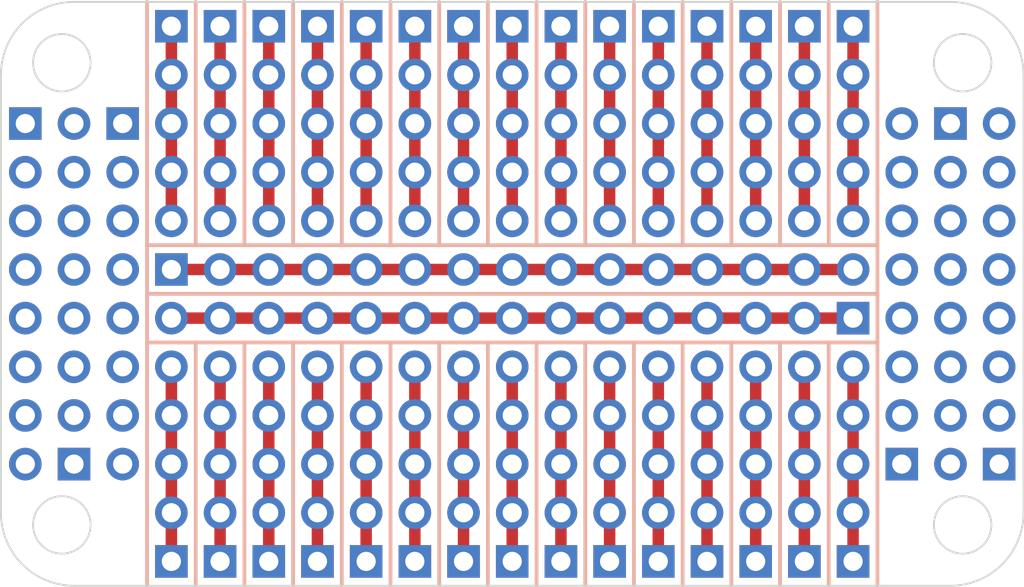
<source format=kicad_pcb>
(kicad_pcb (version 20171130) (host pcbnew "(5.0.0)")

  (general
    (thickness 1.6)
    (drawings 51)
    (tracks 149)
    (zones 0)
    (modules 38)
    (nets 81)
  )

  (page A4)
  (layers
    (0 F.Cu signal)
    (31 B.Cu signal)
    (32 B.Adhes user)
    (33 F.Adhes user)
    (34 B.Paste user)
    (35 F.Paste user)
    (36 B.SilkS user)
    (37 F.SilkS user)
    (38 B.Mask user)
    (39 F.Mask user)
    (40 Dwgs.User user)
    (41 Cmts.User user hide)
    (42 Eco1.User user)
    (43 Eco2.User user)
    (44 Edge.Cuts user)
    (45 Margin user)
    (46 B.CrtYd user hide)
    (47 F.CrtYd user hide)
    (48 B.Fab user hide)
    (49 F.Fab user hide)
  )

  (setup
    (last_trace_width 0.6)
    (trace_clearance 0.2)
    (zone_clearance 0.508)
    (zone_45_only no)
    (trace_min 0.2)
    (segment_width 0.2)
    (edge_width 0.1)
    (via_size 0.6)
    (via_drill 0.4)
    (via_min_size 0.4)
    (via_min_drill 0.3)
    (uvia_size 0.3)
    (uvia_drill 0.1)
    (uvias_allowed no)
    (uvia_min_size 0.2)
    (uvia_min_drill 0.1)
    (pcb_text_width 0.3)
    (pcb_text_size 1.5 1.5)
    (mod_edge_width 0.15)
    (mod_text_size 1 1)
    (mod_text_width 0.15)
    (pad_size 1.5 1.5)
    (pad_drill 0.6)
    (pad_to_mask_clearance 0)
    (aux_axis_origin 0 0)
    (visible_elements 7FFFFFFF)
    (pcbplotparams
      (layerselection 0x010f0_ffffffff)
      (usegerberextensions false)
      (usegerberattributes false)
      (usegerberadvancedattributes false)
      (creategerberjobfile false)
      (excludeedgelayer true)
      (linewidth 0.100000)
      (plotframeref false)
      (viasonmask false)
      (mode 1)
      (useauxorigin false)
      (hpglpennumber 1)
      (hpglpenspeed 20)
      (hpglpendiameter 15.000000)
      (psnegative false)
      (psa4output false)
      (plotreference true)
      (plotvalue true)
      (plotinvisibletext false)
      (padsonsilk false)
      (subtractmaskfromsilk false)
      (outputformat 1)
      (mirror false)
      (drillshape 0)
      (scaleselection 1)
      (outputdirectory "C:/Users/laserman/Documents/KiCad Projects/AltoidsSmallsPCB/gerber/"))
  )

  (net 0 "")
  (net 1 "Net-(J1-Pad1)")
  (net 2 "Net-(J2-Pad1)")
  (net 3 "Net-(J3-Pad1)")
  (net 4 "Net-(J3-Pad2)")
  (net 5 "Net-(J3-Pad3)")
  (net 6 "Net-(J3-Pad4)")
  (net 7 "Net-(J3-Pad5)")
  (net 8 "Net-(J3-Pad6)")
  (net 9 "Net-(J3-Pad7)")
  (net 10 "Net-(J3-Pad8)")
  (net 11 "Net-(J4-Pad1)")
  (net 12 "Net-(J5-Pad1)")
  (net 13 "Net-(J6-Pad1)")
  (net 14 "Net-(J6-Pad2)")
  (net 15 "Net-(J6-Pad3)")
  (net 16 "Net-(J6-Pad4)")
  (net 17 "Net-(J6-Pad5)")
  (net 18 "Net-(J6-Pad6)")
  (net 19 "Net-(J6-Pad7)")
  (net 20 "Net-(J6-Pad8)")
  (net 21 "Net-(J7-Pad1)")
  (net 22 "Net-(J8-Pad1)")
  (net 23 "Net-(J8-Pad2)")
  (net 24 "Net-(J8-Pad3)")
  (net 25 "Net-(J8-Pad4)")
  (net 26 "Net-(J8-Pad5)")
  (net 27 "Net-(J8-Pad6)")
  (net 28 "Net-(J8-Pad7)")
  (net 29 "Net-(J8-Pad8)")
  (net 30 "Net-(J9-Pad1)")
  (net 31 "Net-(J10-Pad1)")
  (net 32 "Net-(J11-Pad1)")
  (net 33 "Net-(J12-Pad1)")
  (net 34 "Net-(J13-Pad1)")
  (net 35 "Net-(J14-Pad1)")
  (net 36 "Net-(J15-Pad1)")
  (net 37 "Net-(J16-Pad1)")
  (net 38 "Net-(J16-Pad2)")
  (net 39 "Net-(J16-Pad3)")
  (net 40 "Net-(J16-Pad4)")
  (net 41 "Net-(J16-Pad5)")
  (net 42 "Net-(J16-Pad6)")
  (net 43 "Net-(J16-Pad7)")
  (net 44 "Net-(J16-Pad8)")
  (net 45 "Net-(J17-Pad1)")
  (net 46 "Net-(J18-Pad1)")
  (net 47 "Net-(J18-Pad2)")
  (net 48 "Net-(J18-Pad3)")
  (net 49 "Net-(J18-Pad4)")
  (net 50 "Net-(J18-Pad5)")
  (net 51 "Net-(J18-Pad6)")
  (net 52 "Net-(J18-Pad7)")
  (net 53 "Net-(J18-Pad8)")
  (net 54 "Net-(J19-Pad1)")
  (net 55 "Net-(J20-Pad1)")
  (net 56 "Net-(J20-Pad2)")
  (net 57 "Net-(J20-Pad3)")
  (net 58 "Net-(J20-Pad4)")
  (net 59 "Net-(J20-Pad5)")
  (net 60 "Net-(J20-Pad6)")
  (net 61 "Net-(J20-Pad7)")
  (net 62 "Net-(J20-Pad8)")
  (net 63 "Net-(J21-Pad1)")
  (net 64 "Net-(J22-Pad1)")
  (net 65 "Net-(J23-Pad1)")
  (net 66 "Net-(J24-Pad1)")
  (net 67 "Net-(J25-Pad1)")
  (net 68 "Net-(J26-Pad1)")
  (net 69 "Net-(J27-Pad1)")
  (net 70 "Net-(J28-Pad1)")
  (net 71 "Net-(J29-Pad1)")
  (net 72 "Net-(J30-Pad1)")
  (net 73 "Net-(J31-Pad1)")
  (net 74 "Net-(J32-Pad1)")
  (net 75 "Net-(J33-Pad1)")
  (net 76 "Net-(J34-Pad1)")
  (net 77 "Net-(J35-Pad1)")
  (net 78 "Net-(J36-Pad1)")
  (net 79 VCC)
  (net 80 GND)

  (net_class Default "This is the default net class."
    (clearance 0.2)
    (trace_width 0.6)
    (via_dia 0.6)
    (via_drill 0.4)
    (uvia_dia 0.3)
    (uvia_drill 0.1)
    (add_net GND)
    (add_net "Net-(J1-Pad1)")
    (add_net "Net-(J10-Pad1)")
    (add_net "Net-(J11-Pad1)")
    (add_net "Net-(J12-Pad1)")
    (add_net "Net-(J13-Pad1)")
    (add_net "Net-(J14-Pad1)")
    (add_net "Net-(J15-Pad1)")
    (add_net "Net-(J16-Pad1)")
    (add_net "Net-(J16-Pad2)")
    (add_net "Net-(J16-Pad3)")
    (add_net "Net-(J16-Pad4)")
    (add_net "Net-(J16-Pad5)")
    (add_net "Net-(J16-Pad6)")
    (add_net "Net-(J16-Pad7)")
    (add_net "Net-(J16-Pad8)")
    (add_net "Net-(J17-Pad1)")
    (add_net "Net-(J18-Pad1)")
    (add_net "Net-(J18-Pad2)")
    (add_net "Net-(J18-Pad3)")
    (add_net "Net-(J18-Pad4)")
    (add_net "Net-(J18-Pad5)")
    (add_net "Net-(J18-Pad6)")
    (add_net "Net-(J18-Pad7)")
    (add_net "Net-(J18-Pad8)")
    (add_net "Net-(J19-Pad1)")
    (add_net "Net-(J2-Pad1)")
    (add_net "Net-(J20-Pad1)")
    (add_net "Net-(J20-Pad2)")
    (add_net "Net-(J20-Pad3)")
    (add_net "Net-(J20-Pad4)")
    (add_net "Net-(J20-Pad5)")
    (add_net "Net-(J20-Pad6)")
    (add_net "Net-(J20-Pad7)")
    (add_net "Net-(J20-Pad8)")
    (add_net "Net-(J21-Pad1)")
    (add_net "Net-(J22-Pad1)")
    (add_net "Net-(J23-Pad1)")
    (add_net "Net-(J24-Pad1)")
    (add_net "Net-(J25-Pad1)")
    (add_net "Net-(J26-Pad1)")
    (add_net "Net-(J27-Pad1)")
    (add_net "Net-(J28-Pad1)")
    (add_net "Net-(J29-Pad1)")
    (add_net "Net-(J3-Pad1)")
    (add_net "Net-(J3-Pad2)")
    (add_net "Net-(J3-Pad3)")
    (add_net "Net-(J3-Pad4)")
    (add_net "Net-(J3-Pad5)")
    (add_net "Net-(J3-Pad6)")
    (add_net "Net-(J3-Pad7)")
    (add_net "Net-(J3-Pad8)")
    (add_net "Net-(J30-Pad1)")
    (add_net "Net-(J31-Pad1)")
    (add_net "Net-(J32-Pad1)")
    (add_net "Net-(J33-Pad1)")
    (add_net "Net-(J34-Pad1)")
    (add_net "Net-(J35-Pad1)")
    (add_net "Net-(J36-Pad1)")
    (add_net "Net-(J4-Pad1)")
    (add_net "Net-(J5-Pad1)")
    (add_net "Net-(J6-Pad1)")
    (add_net "Net-(J6-Pad2)")
    (add_net "Net-(J6-Pad3)")
    (add_net "Net-(J6-Pad4)")
    (add_net "Net-(J6-Pad5)")
    (add_net "Net-(J6-Pad6)")
    (add_net "Net-(J6-Pad7)")
    (add_net "Net-(J6-Pad8)")
    (add_net "Net-(J7-Pad1)")
    (add_net "Net-(J8-Pad1)")
    (add_net "Net-(J8-Pad2)")
    (add_net "Net-(J8-Pad3)")
    (add_net "Net-(J8-Pad4)")
    (add_net "Net-(J8-Pad5)")
    (add_net "Net-(J8-Pad6)")
    (add_net "Net-(J8-Pad7)")
    (add_net "Net-(J8-Pad8)")
    (add_net "Net-(J9-Pad1)")
    (add_net VCC)
  )

  (module mymodsforthisproject:Pin_Header_Straight_1x15_Pitch2.54mm (layer F.Cu) (tedit 5BBE4A86) (tstamp 5BBD77D6)
    (at 151.13 81.28 270)
    (descr "Through hole straight pin header, 1x15, 2.54mm pitch, single row")
    (tags "Through hole pin header THT 1x15 2.54mm single row")
    (path /5BBC210B)
    (fp_text reference J37 (at 0 -12.7 270) (layer Cmts.User)
      (effects (font (size 1 1) (thickness 0.15)))
    )
    (fp_text value Conn_01x15_Male (at 0 37.89 270) (layer F.Fab)
      (effects (font (size 1 1) (thickness 0.15)))
    )
    (pad 15 thru_hole oval (at 0 35.56 270) (size 1.7 1.7) (drill 1) (layers *.Cu *.Mask)
      (net 79 VCC))
    (pad 14 thru_hole oval (at 0 33.02 270) (size 1.7 1.7) (drill 1) (layers *.Cu *.Mask)
      (net 79 VCC))
    (pad 13 thru_hole oval (at 0 30.48 270) (size 1.7 1.7) (drill 1) (layers *.Cu *.Mask)
      (net 79 VCC))
    (pad 12 thru_hole oval (at 0 27.94 270) (size 1.7 1.7) (drill 1) (layers *.Cu *.Mask)
      (net 79 VCC))
    (pad 11 thru_hole oval (at 0 25.4 270) (size 1.7 1.7) (drill 1) (layers *.Cu *.Mask)
      (net 79 VCC))
    (pad 10 thru_hole oval (at 0 22.86 270) (size 1.7 1.7) (drill 1) (layers *.Cu *.Mask)
      (net 79 VCC))
    (pad 9 thru_hole oval (at 0 20.32 270) (size 1.7 1.7) (drill 1) (layers *.Cu *.Mask)
      (net 79 VCC))
    (pad 8 thru_hole oval (at 0 17.78 270) (size 1.7 1.7) (drill 1) (layers *.Cu *.Mask)
      (net 79 VCC))
    (pad 7 thru_hole oval (at 0 15.24 270) (size 1.7 1.7) (drill 1) (layers *.Cu *.Mask)
      (net 79 VCC))
    (pad 6 thru_hole oval (at 0 12.7 270) (size 1.7 1.7) (drill 1) (layers *.Cu *.Mask)
      (net 79 VCC))
    (pad 5 thru_hole oval (at 0 10.16 270) (size 1.7 1.7) (drill 1) (layers *.Cu *.Mask)
      (net 79 VCC))
    (pad 4 thru_hole oval (at 0 7.62 270) (size 1.7 1.7) (drill 1) (layers *.Cu *.Mask)
      (net 79 VCC))
    (pad 3 thru_hole oval (at 0 5.08 270) (size 1.7 1.7) (drill 1) (layers *.Cu *.Mask)
      (net 79 VCC))
    (pad 2 thru_hole oval (at 0 2.54 270) (size 1.7 1.7) (drill 1) (layers *.Cu *.Mask)
      (net 79 VCC))
    (pad 1 thru_hole rect (at 0 0 270) (size 1.7 1.7) (drill 1) (layers *.Cu *.Mask)
      (net 79 VCC))
    (model ${KISYS3DMOD}/Pin_Headers.3dshapes/Pin_Header_Straight_1x15_Pitch2.54mm.wrl
      (at (xyz 0 0 0))
      (scale (xyz 1 1 1))
      (rotate (xyz 0 0 0))
    )
  )

  (module mymodsforthisproject:Pin_Header_Straight_1x15_Pitch2.54mm (layer F.Cu) (tedit 5BBE4A86) (tstamp 5BBD77B4)
    (at 115.57 78.74 90)
    (descr "Through hole straight pin header, 1x15, 2.54mm pitch, single row")
    (tags "Through hole pin header THT 1x15 2.54mm single row")
    (path /5BBC2946)
    (fp_text reference J38 (at 0 -13.97 90) (layer Cmts.User)
      (effects (font (size 1 1) (thickness 0.15)))
    )
    (fp_text value Conn_01x15_Male (at 0 37.89 90) (layer F.Fab)
      (effects (font (size 1 1) (thickness 0.15)))
    )
    (pad 15 thru_hole oval (at 0 35.56 90) (size 1.7 1.7) (drill 1) (layers *.Cu *.Mask)
      (net 80 GND))
    (pad 14 thru_hole oval (at 0 33.02 90) (size 1.7 1.7) (drill 1) (layers *.Cu *.Mask)
      (net 80 GND))
    (pad 13 thru_hole oval (at 0 30.48 90) (size 1.7 1.7) (drill 1) (layers *.Cu *.Mask)
      (net 80 GND))
    (pad 12 thru_hole oval (at 0 27.94 90) (size 1.7 1.7) (drill 1) (layers *.Cu *.Mask)
      (net 80 GND))
    (pad 11 thru_hole oval (at 0 25.4 90) (size 1.7 1.7) (drill 1) (layers *.Cu *.Mask)
      (net 80 GND))
    (pad 10 thru_hole oval (at 0 22.86 90) (size 1.7 1.7) (drill 1) (layers *.Cu *.Mask)
      (net 80 GND))
    (pad 9 thru_hole oval (at 0 20.32 90) (size 1.7 1.7) (drill 1) (layers *.Cu *.Mask)
      (net 80 GND))
    (pad 8 thru_hole oval (at 0 17.78 90) (size 1.7 1.7) (drill 1) (layers *.Cu *.Mask)
      (net 80 GND))
    (pad 7 thru_hole oval (at 0 15.24 90) (size 1.7 1.7) (drill 1) (layers *.Cu *.Mask)
      (net 80 GND))
    (pad 6 thru_hole oval (at 0 12.7 90) (size 1.7 1.7) (drill 1) (layers *.Cu *.Mask)
      (net 80 GND))
    (pad 5 thru_hole oval (at 0 10.16 90) (size 1.7 1.7) (drill 1) (layers *.Cu *.Mask)
      (net 80 GND))
    (pad 4 thru_hole oval (at 0 7.62 90) (size 1.7 1.7) (drill 1) (layers *.Cu *.Mask)
      (net 80 GND))
    (pad 3 thru_hole oval (at 0 5.08 90) (size 1.7 1.7) (drill 1) (layers *.Cu *.Mask)
      (net 80 GND))
    (pad 2 thru_hole oval (at 0 2.54 90) (size 1.7 1.7) (drill 1) (layers *.Cu *.Mask)
      (net 80 GND))
    (pad 1 thru_hole rect (at 0 0 90) (size 1.7 1.7) (drill 1) (layers *.Cu *.Mask)
      (net 80 GND))
    (model ${KISYS3DMOD}/Pin_Headers.3dshapes/Pin_Header_Straight_1x15_Pitch2.54mm.wrl
      (at (xyz 0 0 0))
      (scale (xyz 1 1 1))
      (rotate (xyz 0 0 0))
    )
  )

  (module mymodsforthisproject:Pin_Header_Straight_1x05_Pitch2.54mm (layer F.Cu) (tedit 5BBE4A48) (tstamp 5BBD7B52)
    (at 148.59 66.04)
    (descr "Through hole straight pin header, 1x05, 2.54mm pitch, single row")
    (tags "Through hole pin header THT 1x05 2.54mm single row")
    (path /5BBC2B4C)
    (fp_text reference J23 (at 0 -2.33) (layer Cmts.User)
      (effects (font (size 1 1) (thickness 0.15)))
    )
    (fp_text value Conn_01x05 (at 0 12.49) (layer F.Fab)
      (effects (font (size 1 1) (thickness 0.15)))
    )
    (pad 1 thru_hole rect (at 0 0) (size 1.7 1.7) (drill 1) (layers *.Cu *.Mask)
      (net 65 "Net-(J23-Pad1)"))
    (pad 2 thru_hole oval (at 0 2.54) (size 1.7 1.7) (drill 1) (layers *.Cu *.Mask)
      (net 65 "Net-(J23-Pad1)"))
    (pad 3 thru_hole oval (at 0 5.08) (size 1.7 1.7) (drill 1) (layers *.Cu *.Mask)
      (net 65 "Net-(J23-Pad1)"))
    (pad 4 thru_hole oval (at 0 7.62) (size 1.7 1.7) (drill 1) (layers *.Cu *.Mask)
      (net 65 "Net-(J23-Pad1)"))
    (pad 5 thru_hole oval (at 0 10.16) (size 1.7 1.7) (drill 1) (layers *.Cu *.Mask)
      (net 65 "Net-(J23-Pad1)"))
    (model ${KISYS3DMOD}/Pin_Headers.3dshapes/Pin_Header_Straight_1x05_Pitch2.54mm.wrl
      (at (xyz 0 0 0))
      (scale (xyz 1 1 1))
      (rotate (xyz 0 0 0))
    )
  )

  (module mymodsforthisproject:Pin_Header_Straight_1x05_Pitch2.54mm (layer F.Cu) (tedit 5BBE4A48) (tstamp 5BBD7B3A)
    (at 143.51 93.98 180)
    (descr "Through hole straight pin header, 1x05, 2.54mm pitch, single row")
    (tags "Through hole pin header THT 1x05 2.54mm single row")
    (path /5BBC4C75)
    (fp_text reference J9 (at 0 -2.33 180) (layer Cmts.User)
      (effects (font (size 1 1) (thickness 0.15)))
    )
    (fp_text value Conn_01x05 (at 0 12.49 180) (layer F.Fab)
      (effects (font (size 1 1) (thickness 0.15)))
    )
    (pad 1 thru_hole rect (at 0 0 180) (size 1.7 1.7) (drill 1) (layers *.Cu *.Mask)
      (net 30 "Net-(J9-Pad1)"))
    (pad 2 thru_hole oval (at 0 2.54 180) (size 1.7 1.7) (drill 1) (layers *.Cu *.Mask)
      (net 30 "Net-(J9-Pad1)"))
    (pad 3 thru_hole oval (at 0 5.08 180) (size 1.7 1.7) (drill 1) (layers *.Cu *.Mask)
      (net 30 "Net-(J9-Pad1)"))
    (pad 4 thru_hole oval (at 0 7.62 180) (size 1.7 1.7) (drill 1) (layers *.Cu *.Mask)
      (net 30 "Net-(J9-Pad1)"))
    (pad 5 thru_hole oval (at 0 10.16 180) (size 1.7 1.7) (drill 1) (layers *.Cu *.Mask)
      (net 30 "Net-(J9-Pad1)"))
    (model ${KISYS3DMOD}/Pin_Headers.3dshapes/Pin_Header_Straight_1x05_Pitch2.54mm.wrl
      (at (xyz 0 0 0))
      (scale (xyz 1 1 1))
      (rotate (xyz 0 0 0))
    )
  )

  (module mymodsforthisproject:Pin_Header_Straight_1x05_Pitch2.54mm (layer F.Cu) (tedit 5BBE4A48) (tstamp 5BBD7B22)
    (at 133.35 66.04)
    (descr "Through hole straight pin header, 1x05, 2.54mm pitch, single row")
    (tags "Through hole pin header THT 1x05 2.54mm single row")
    (path /5BBC4C93)
    (fp_text reference J22 (at 0 -2.33) (layer Cmts.User)
      (effects (font (size 1 1) (thickness 0.15)))
    )
    (fp_text value Conn_01x05 (at 0 12.49) (layer F.Fab)
      (effects (font (size 1 1) (thickness 0.15)))
    )
    (pad 1 thru_hole rect (at 0 0) (size 1.7 1.7) (drill 1) (layers *.Cu *.Mask)
      (net 64 "Net-(J22-Pad1)"))
    (pad 2 thru_hole oval (at 0 2.54) (size 1.7 1.7) (drill 1) (layers *.Cu *.Mask)
      (net 64 "Net-(J22-Pad1)"))
    (pad 3 thru_hole oval (at 0 5.08) (size 1.7 1.7) (drill 1) (layers *.Cu *.Mask)
      (net 64 "Net-(J22-Pad1)"))
    (pad 4 thru_hole oval (at 0 7.62) (size 1.7 1.7) (drill 1) (layers *.Cu *.Mask)
      (net 64 "Net-(J22-Pad1)"))
    (pad 5 thru_hole oval (at 0 10.16) (size 1.7 1.7) (drill 1) (layers *.Cu *.Mask)
      (net 64 "Net-(J22-Pad1)"))
    (model ${KISYS3DMOD}/Pin_Headers.3dshapes/Pin_Header_Straight_1x05_Pitch2.54mm.wrl
      (at (xyz 0 0 0))
      (scale (xyz 1 1 1))
      (rotate (xyz 0 0 0))
    )
  )

  (module mymodsforthisproject:Pin_Header_Straight_1x05_Pitch2.54mm (layer F.Cu) (tedit 5BBE4A48) (tstamp 5BBD7B0A)
    (at 130.81 93.98 180)
    (descr "Through hole straight pin header, 1x05, 2.54mm pitch, single row")
    (tags "Through hole pin header THT 1x05 2.54mm single row")
    (path /5BBC2B46)
    (fp_text reference J21 (at 0 -2.33 180) (layer Cmts.User)
      (effects (font (size 1 1) (thickness 0.15)))
    )
    (fp_text value Conn_01x05 (at 0 12.49 180) (layer F.Fab)
      (effects (font (size 1 1) (thickness 0.15)))
    )
    (pad 1 thru_hole rect (at 0 0 180) (size 1.7 1.7) (drill 1) (layers *.Cu *.Mask)
      (net 63 "Net-(J21-Pad1)"))
    (pad 2 thru_hole oval (at 0 2.54 180) (size 1.7 1.7) (drill 1) (layers *.Cu *.Mask)
      (net 63 "Net-(J21-Pad1)"))
    (pad 3 thru_hole oval (at 0 5.08 180) (size 1.7 1.7) (drill 1) (layers *.Cu *.Mask)
      (net 63 "Net-(J21-Pad1)"))
    (pad 4 thru_hole oval (at 0 7.62 180) (size 1.7 1.7) (drill 1) (layers *.Cu *.Mask)
      (net 63 "Net-(J21-Pad1)"))
    (pad 5 thru_hole oval (at 0 10.16 180) (size 1.7 1.7) (drill 1) (layers *.Cu *.Mask)
      (net 63 "Net-(J21-Pad1)"))
    (model ${KISYS3DMOD}/Pin_Headers.3dshapes/Pin_Header_Straight_1x05_Pitch2.54mm.wrl
      (at (xyz 0 0 0))
      (scale (xyz 1 1 1))
      (rotate (xyz 0 0 0))
    )
  )

  (module mymodsforthisproject:Pin_Header_Straight_1x05_Pitch2.54mm (layer F.Cu) (tedit 5BBE4A48) (tstamp 5BBD7AF2)
    (at 123.19 66.04)
    (descr "Through hole straight pin header, 1x05, 2.54mm pitch, single row")
    (tags "Through hole pin header THT 1x05 2.54mm single row")
    (path /5BBC2972)
    (fp_text reference J1 (at 0 -2.33) (layer Cmts.User)
      (effects (font (size 1 1) (thickness 0.15)))
    )
    (fp_text value Conn_01x05 (at 0 12.49) (layer F.Fab)
      (effects (font (size 1 1) (thickness 0.15)))
    )
    (pad 1 thru_hole rect (at 0 0) (size 1.7 1.7) (drill 1) (layers *.Cu *.Mask)
      (net 1 "Net-(J1-Pad1)"))
    (pad 2 thru_hole oval (at 0 2.54) (size 1.7 1.7) (drill 1) (layers *.Cu *.Mask)
      (net 1 "Net-(J1-Pad1)"))
    (pad 3 thru_hole oval (at 0 5.08) (size 1.7 1.7) (drill 1) (layers *.Cu *.Mask)
      (net 1 "Net-(J1-Pad1)"))
    (pad 4 thru_hole oval (at 0 7.62) (size 1.7 1.7) (drill 1) (layers *.Cu *.Mask)
      (net 1 "Net-(J1-Pad1)"))
    (pad 5 thru_hole oval (at 0 10.16) (size 1.7 1.7) (drill 1) (layers *.Cu *.Mask)
      (net 1 "Net-(J1-Pad1)"))
    (model ${KISYS3DMOD}/Pin_Headers.3dshapes/Pin_Header_Straight_1x05_Pitch2.54mm.wrl
      (at (xyz 0 0 0))
      (scale (xyz 1 1 1))
      (rotate (xyz 0 0 0))
    )
  )

  (module mymodsforthisproject:Pin_Header_Straight_1x05_Pitch2.54mm (layer F.Cu) (tedit 5BBE4A48) (tstamp 5BBD7ADA)
    (at 138.43 93.98 180)
    (descr "Through hole straight pin header, 1x05, 2.54mm pitch, single row")
    (tags "Through hole pin header THT 1x05 2.54mm single row")
    (path /5BBC4C8D)
    (fp_text reference J19 (at 0 -2.33 180) (layer Cmts.User)
      (effects (font (size 1 1) (thickness 0.15)))
    )
    (fp_text value Conn_01x05 (at 0 12.49 180) (layer F.Fab)
      (effects (font (size 1 1) (thickness 0.15)))
    )
    (pad 1 thru_hole rect (at 0 0 180) (size 1.7 1.7) (drill 1) (layers *.Cu *.Mask)
      (net 54 "Net-(J19-Pad1)"))
    (pad 2 thru_hole oval (at 0 2.54 180) (size 1.7 1.7) (drill 1) (layers *.Cu *.Mask)
      (net 54 "Net-(J19-Pad1)"))
    (pad 3 thru_hole oval (at 0 5.08 180) (size 1.7 1.7) (drill 1) (layers *.Cu *.Mask)
      (net 54 "Net-(J19-Pad1)"))
    (pad 4 thru_hole oval (at 0 7.62 180) (size 1.7 1.7) (drill 1) (layers *.Cu *.Mask)
      (net 54 "Net-(J19-Pad1)"))
    (pad 5 thru_hole oval (at 0 10.16 180) (size 1.7 1.7) (drill 1) (layers *.Cu *.Mask)
      (net 54 "Net-(J19-Pad1)"))
    (model ${KISYS3DMOD}/Pin_Headers.3dshapes/Pin_Header_Straight_1x05_Pitch2.54mm.wrl
      (at (xyz 0 0 0))
      (scale (xyz 1 1 1))
      (rotate (xyz 0 0 0))
    )
  )

  (module mymodsforthisproject:Pin_Header_Straight_1x05_Pitch2.54mm (layer F.Cu) (tedit 5BBE4A48) (tstamp 5BBD7AC2)
    (at 140.97 93.98 180)
    (descr "Through hole straight pin header, 1x05, 2.54mm pitch, single row")
    (tags "Through hole pin header THT 1x05 2.54mm single row")
    (path /5BBC29D3)
    (fp_text reference J4 (at 0 -2.33 180) (layer Cmts.User)
      (effects (font (size 1 1) (thickness 0.15)))
    )
    (fp_text value Conn_01x05 (at 0 12.49 180) (layer F.Fab)
      (effects (font (size 1 1) (thickness 0.15)))
    )
    (pad 1 thru_hole rect (at 0 0 180) (size 1.7 1.7) (drill 1) (layers *.Cu *.Mask)
      (net 11 "Net-(J4-Pad1)"))
    (pad 2 thru_hole oval (at 0 2.54 180) (size 1.7 1.7) (drill 1) (layers *.Cu *.Mask)
      (net 11 "Net-(J4-Pad1)"))
    (pad 3 thru_hole oval (at 0 5.08 180) (size 1.7 1.7) (drill 1) (layers *.Cu *.Mask)
      (net 11 "Net-(J4-Pad1)"))
    (pad 4 thru_hole oval (at 0 7.62 180) (size 1.7 1.7) (drill 1) (layers *.Cu *.Mask)
      (net 11 "Net-(J4-Pad1)"))
    (pad 5 thru_hole oval (at 0 10.16 180) (size 1.7 1.7) (drill 1) (layers *.Cu *.Mask)
      (net 11 "Net-(J4-Pad1)"))
    (model ${KISYS3DMOD}/Pin_Headers.3dshapes/Pin_Header_Straight_1x05_Pitch2.54mm.wrl
      (at (xyz 0 0 0))
      (scale (xyz 1 1 1))
      (rotate (xyz 0 0 0))
    )
  )

  (module mymodsforthisproject:Pin_Header_Straight_1x05_Pitch2.54mm (layer F.Cu) (tedit 5BBE4A48) (tstamp 5BBD7AAA)
    (at 128.27 66.04)
    (descr "Through hole straight pin header, 1x05, 2.54mm pitch, single row")
    (tags "Through hole pin header THT 1x05 2.54mm single row")
    (path /5BBC2B40)
    (fp_text reference J17 (at 0 -2.33) (layer Cmts.User)
      (effects (font (size 1 1) (thickness 0.15)))
    )
    (fp_text value Conn_01x05 (at 0 12.49) (layer F.Fab)
      (effects (font (size 1 1) (thickness 0.15)))
    )
    (pad 1 thru_hole rect (at 0 0) (size 1.7 1.7) (drill 1) (layers *.Cu *.Mask)
      (net 45 "Net-(J17-Pad1)"))
    (pad 2 thru_hole oval (at 0 2.54) (size 1.7 1.7) (drill 1) (layers *.Cu *.Mask)
      (net 45 "Net-(J17-Pad1)"))
    (pad 3 thru_hole oval (at 0 5.08) (size 1.7 1.7) (drill 1) (layers *.Cu *.Mask)
      (net 45 "Net-(J17-Pad1)"))
    (pad 4 thru_hole oval (at 0 7.62) (size 1.7 1.7) (drill 1) (layers *.Cu *.Mask)
      (net 45 "Net-(J17-Pad1)"))
    (pad 5 thru_hole oval (at 0 10.16) (size 1.7 1.7) (drill 1) (layers *.Cu *.Mask)
      (net 45 "Net-(J17-Pad1)"))
    (model ${KISYS3DMOD}/Pin_Headers.3dshapes/Pin_Header_Straight_1x05_Pitch2.54mm.wrl
      (at (xyz 0 0 0))
      (scale (xyz 1 1 1))
      (rotate (xyz 0 0 0))
    )
  )

  (module mymodsforthisproject:Pin_Header_Straight_1x05_Pitch2.54mm (layer F.Cu) (tedit 5BBE4A48) (tstamp 5BBD7A92)
    (at 148.59 93.98 180)
    (descr "Through hole straight pin header, 1x05, 2.54mm pitch, single row")
    (tags "Through hole pin header THT 1x05 2.54mm single row")
    (path /5BBC4C6F)
    (fp_text reference J5 (at 0 -2.33 180) (layer Cmts.User)
      (effects (font (size 1 1) (thickness 0.15)))
    )
    (fp_text value Conn_01x05 (at 0 12.49 180) (layer F.Fab)
      (effects (font (size 1 1) (thickness 0.15)))
    )
    (pad 1 thru_hole rect (at 0 0 180) (size 1.7 1.7) (drill 1) (layers *.Cu *.Mask)
      (net 12 "Net-(J5-Pad1)"))
    (pad 2 thru_hole oval (at 0 2.54 180) (size 1.7 1.7) (drill 1) (layers *.Cu *.Mask)
      (net 12 "Net-(J5-Pad1)"))
    (pad 3 thru_hole oval (at 0 5.08 180) (size 1.7 1.7) (drill 1) (layers *.Cu *.Mask)
      (net 12 "Net-(J5-Pad1)"))
    (pad 4 thru_hole oval (at 0 7.62 180) (size 1.7 1.7) (drill 1) (layers *.Cu *.Mask)
      (net 12 "Net-(J5-Pad1)"))
    (pad 5 thru_hole oval (at 0 10.16 180) (size 1.7 1.7) (drill 1) (layers *.Cu *.Mask)
      (net 12 "Net-(J5-Pad1)"))
    (model ${KISYS3DMOD}/Pin_Headers.3dshapes/Pin_Header_Straight_1x05_Pitch2.54mm.wrl
      (at (xyz 0 0 0))
      (scale (xyz 1 1 1))
      (rotate (xyz 0 0 0))
    )
  )

  (module mymodsforthisproject:Pin_Header_Straight_1x05_Pitch2.54mm (layer F.Cu) (tedit 5BBE4A48) (tstamp 5BBD7A7A)
    (at 151.13 93.98 180)
    (descr "Through hole straight pin header, 1x05, 2.54mm pitch, single row")
    (tags "Through hole pin header THT 1x05 2.54mm single row")
    (path /5BBC4C87)
    (fp_text reference J15 (at 0 -2.33 180) (layer Cmts.User)
      (effects (font (size 1 1) (thickness 0.15)))
    )
    (fp_text value Conn_01x05 (at 0 12.49 180) (layer F.Fab)
      (effects (font (size 1 1) (thickness 0.15)))
    )
    (pad 1 thru_hole rect (at 0 0 180) (size 1.7 1.7) (drill 1) (layers *.Cu *.Mask)
      (net 36 "Net-(J15-Pad1)"))
    (pad 2 thru_hole oval (at 0 2.54 180) (size 1.7 1.7) (drill 1) (layers *.Cu *.Mask)
      (net 36 "Net-(J15-Pad1)"))
    (pad 3 thru_hole oval (at 0 5.08 180) (size 1.7 1.7) (drill 1) (layers *.Cu *.Mask)
      (net 36 "Net-(J15-Pad1)"))
    (pad 4 thru_hole oval (at 0 7.62 180) (size 1.7 1.7) (drill 1) (layers *.Cu *.Mask)
      (net 36 "Net-(J15-Pad1)"))
    (pad 5 thru_hole oval (at 0 10.16 180) (size 1.7 1.7) (drill 1) (layers *.Cu *.Mask)
      (net 36 "Net-(J15-Pad1)"))
    (model ${KISYS3DMOD}/Pin_Headers.3dshapes/Pin_Header_Straight_1x05_Pitch2.54mm.wrl
      (at (xyz 0 0 0))
      (scale (xyz 1 1 1))
      (rotate (xyz 0 0 0))
    )
  )

  (module mymodsforthisproject:Pin_Header_Straight_1x05_Pitch2.54mm (layer F.Cu) (tedit 5BBE4A48) (tstamp 5BBD7A62)
    (at 115.57 66.04)
    (descr "Through hole straight pin header, 1x05, 2.54mm pitch, single row")
    (tags "Through hole pin header THT 1x05 2.54mm single row")
    (path /5BBC2B3A)
    (fp_text reference J14 (at 0 -2.33) (layer Cmts.User)
      (effects (font (size 1 1) (thickness 0.15)))
    )
    (fp_text value Conn_01x05 (at 0 12.49) (layer F.Fab)
      (effects (font (size 1 1) (thickness 0.15)))
    )
    (pad 1 thru_hole rect (at 0 0) (size 1.7 1.7) (drill 1) (layers *.Cu *.Mask)
      (net 35 "Net-(J14-Pad1)"))
    (pad 2 thru_hole oval (at 0 2.54) (size 1.7 1.7) (drill 1) (layers *.Cu *.Mask)
      (net 35 "Net-(J14-Pad1)"))
    (pad 3 thru_hole oval (at 0 5.08) (size 1.7 1.7) (drill 1) (layers *.Cu *.Mask)
      (net 35 "Net-(J14-Pad1)"))
    (pad 4 thru_hole oval (at 0 7.62) (size 1.7 1.7) (drill 1) (layers *.Cu *.Mask)
      (net 35 "Net-(J14-Pad1)"))
    (pad 5 thru_hole oval (at 0 10.16) (size 1.7 1.7) (drill 1) (layers *.Cu *.Mask)
      (net 35 "Net-(J14-Pad1)"))
    (model ${KISYS3DMOD}/Pin_Headers.3dshapes/Pin_Header_Straight_1x05_Pitch2.54mm.wrl
      (at (xyz 0 0 0))
      (scale (xyz 1 1 1))
      (rotate (xyz 0 0 0))
    )
  )

  (module mymodsforthisproject:Pin_Header_Straight_1x05_Pitch2.54mm (layer F.Cu) (tedit 5BBE4A48) (tstamp 5BBD7A4A)
    (at 118.11 66.04)
    (descr "Through hole straight pin header, 1x05, 2.54mm pitch, single row")
    (tags "Through hole pin header THT 1x05 2.54mm single row")
    (path /5BBC4C81)
    (fp_text reference J13 (at 0 -2.33) (layer Cmts.User)
      (effects (font (size 1 1) (thickness 0.15)))
    )
    (fp_text value Conn_01x05 (at 0 12.49) (layer F.Fab)
      (effects (font (size 1 1) (thickness 0.15)))
    )
    (pad 1 thru_hole rect (at 0 0) (size 1.7 1.7) (drill 1) (layers *.Cu *.Mask)
      (net 34 "Net-(J13-Pad1)"))
    (pad 2 thru_hole oval (at 0 2.54) (size 1.7 1.7) (drill 1) (layers *.Cu *.Mask)
      (net 34 "Net-(J13-Pad1)"))
    (pad 3 thru_hole oval (at 0 5.08) (size 1.7 1.7) (drill 1) (layers *.Cu *.Mask)
      (net 34 "Net-(J13-Pad1)"))
    (pad 4 thru_hole oval (at 0 7.62) (size 1.7 1.7) (drill 1) (layers *.Cu *.Mask)
      (net 34 "Net-(J13-Pad1)"))
    (pad 5 thru_hole oval (at 0 10.16) (size 1.7 1.7) (drill 1) (layers *.Cu *.Mask)
      (net 34 "Net-(J13-Pad1)"))
    (model ${KISYS3DMOD}/Pin_Headers.3dshapes/Pin_Header_Straight_1x05_Pitch2.54mm.wrl
      (at (xyz 0 0 0))
      (scale (xyz 1 1 1))
      (rotate (xyz 0 0 0))
    )
  )

  (module mymodsforthisproject:Pin_Header_Straight_1x05_Pitch2.54mm (layer F.Cu) (tedit 5BBE4A48) (tstamp 5BBD7A32)
    (at 120.65 66.04)
    (descr "Through hole straight pin header, 1x05, 2.54mm pitch, single row")
    (tags "Through hole pin header THT 1x05 2.54mm single row")
    (path /5BBC2A4E)
    (fp_text reference J12 (at 0 -2.33) (layer Cmts.User)
      (effects (font (size 1 1) (thickness 0.15)))
    )
    (fp_text value Conn_01x05 (at 0 12.49) (layer F.Fab)
      (effects (font (size 1 1) (thickness 0.15)))
    )
    (pad 1 thru_hole rect (at 0 0) (size 1.7 1.7) (drill 1) (layers *.Cu *.Mask)
      (net 33 "Net-(J12-Pad1)"))
    (pad 2 thru_hole oval (at 0 2.54) (size 1.7 1.7) (drill 1) (layers *.Cu *.Mask)
      (net 33 "Net-(J12-Pad1)"))
    (pad 3 thru_hole oval (at 0 5.08) (size 1.7 1.7) (drill 1) (layers *.Cu *.Mask)
      (net 33 "Net-(J12-Pad1)"))
    (pad 4 thru_hole oval (at 0 7.62) (size 1.7 1.7) (drill 1) (layers *.Cu *.Mask)
      (net 33 "Net-(J12-Pad1)"))
    (pad 5 thru_hole oval (at 0 10.16) (size 1.7 1.7) (drill 1) (layers *.Cu *.Mask)
      (net 33 "Net-(J12-Pad1)"))
    (model ${KISYS3DMOD}/Pin_Headers.3dshapes/Pin_Header_Straight_1x05_Pitch2.54mm.wrl
      (at (xyz 0 0 0))
      (scale (xyz 1 1 1))
      (rotate (xyz 0 0 0))
    )
  )

  (module mymodsforthisproject:Pin_Header_Straight_1x05_Pitch2.54mm (layer F.Cu) (tedit 5BBE4A48) (tstamp 5BBD7A1A)
    (at 115.57 93.98 180)
    (descr "Through hole straight pin header, 1x05, 2.54mm pitch, single row")
    (tags "Through hole pin header THT 1x05 2.54mm single row")
    (path /5BBC4C7B)
    (fp_text reference J11 (at 0 -2.33 180) (layer Cmts.User)
      (effects (font (size 1 1) (thickness 0.15)))
    )
    (fp_text value Conn_01x05 (at 0 12.49 180) (layer F.Fab)
      (effects (font (size 1 1) (thickness 0.15)))
    )
    (pad 1 thru_hole rect (at 0 0 180) (size 1.7 1.7) (drill 1) (layers *.Cu *.Mask)
      (net 32 "Net-(J11-Pad1)"))
    (pad 2 thru_hole oval (at 0 2.54 180) (size 1.7 1.7) (drill 1) (layers *.Cu *.Mask)
      (net 32 "Net-(J11-Pad1)"))
    (pad 3 thru_hole oval (at 0 5.08 180) (size 1.7 1.7) (drill 1) (layers *.Cu *.Mask)
      (net 32 "Net-(J11-Pad1)"))
    (pad 4 thru_hole oval (at 0 7.62 180) (size 1.7 1.7) (drill 1) (layers *.Cu *.Mask)
      (net 32 "Net-(J11-Pad1)"))
    (pad 5 thru_hole oval (at 0 10.16 180) (size 1.7 1.7) (drill 1) (layers *.Cu *.Mask)
      (net 32 "Net-(J11-Pad1)"))
    (model ${KISYS3DMOD}/Pin_Headers.3dshapes/Pin_Header_Straight_1x05_Pitch2.54mm.wrl
      (at (xyz 0 0 0))
      (scale (xyz 1 1 1))
      (rotate (xyz 0 0 0))
    )
  )

  (module mymodsforthisproject:Pin_Header_Straight_1x05_Pitch2.54mm (layer F.Cu) (tedit 5BBE4A48) (tstamp 5BBD7A02)
    (at 146.05 93.98 180)
    (descr "Through hole straight pin header, 1x05, 2.54mm pitch, single row")
    (tags "Through hole pin header THT 1x05 2.54mm single row")
    (path /5BBC2A20)
    (fp_text reference J10 (at 0 -2.33 180) (layer Cmts.User)
      (effects (font (size 1 1) (thickness 0.15)))
    )
    (fp_text value Conn_01x05 (at 0 12.49 180) (layer F.Fab)
      (effects (font (size 1 1) (thickness 0.15)))
    )
    (pad 1 thru_hole rect (at 0 0 180) (size 1.7 1.7) (drill 1) (layers *.Cu *.Mask)
      (net 31 "Net-(J10-Pad1)"))
    (pad 2 thru_hole oval (at 0 2.54 180) (size 1.7 1.7) (drill 1) (layers *.Cu *.Mask)
      (net 31 "Net-(J10-Pad1)"))
    (pad 3 thru_hole oval (at 0 5.08 180) (size 1.7 1.7) (drill 1) (layers *.Cu *.Mask)
      (net 31 "Net-(J10-Pad1)"))
    (pad 4 thru_hole oval (at 0 7.62 180) (size 1.7 1.7) (drill 1) (layers *.Cu *.Mask)
      (net 31 "Net-(J10-Pad1)"))
    (pad 5 thru_hole oval (at 0 10.16 180) (size 1.7 1.7) (drill 1) (layers *.Cu *.Mask)
      (net 31 "Net-(J10-Pad1)"))
    (model ${KISYS3DMOD}/Pin_Headers.3dshapes/Pin_Header_Straight_1x05_Pitch2.54mm.wrl
      (at (xyz 0 0 0))
      (scale (xyz 1 1 1))
      (rotate (xyz 0 0 0))
    )
  )

  (module mymodsforthisproject:Pin_Header_Straight_1x05_Pitch2.54mm (layer F.Cu) (tedit 5BBE4A48) (tstamp 5BBD79EA)
    (at 123.19 93.98 180)
    (descr "Through hole straight pin header, 1x05, 2.54mm pitch, single row")
    (tags "Through hole pin header THT 1x05 2.54mm single row")
    (path /5BBC4C69)
    (fp_text reference J2 (at 0 -2.33 180) (layer Cmts.User)
      (effects (font (size 1 1) (thickness 0.15)))
    )
    (fp_text value Conn_01x05 (at 0 12.49 180) (layer F.Fab)
      (effects (font (size 1 1) (thickness 0.15)))
    )
    (pad 1 thru_hole rect (at 0 0 180) (size 1.7 1.7) (drill 1) (layers *.Cu *.Mask)
      (net 2 "Net-(J2-Pad1)"))
    (pad 2 thru_hole oval (at 0 2.54 180) (size 1.7 1.7) (drill 1) (layers *.Cu *.Mask)
      (net 2 "Net-(J2-Pad1)"))
    (pad 3 thru_hole oval (at 0 5.08 180) (size 1.7 1.7) (drill 1) (layers *.Cu *.Mask)
      (net 2 "Net-(J2-Pad1)"))
    (pad 4 thru_hole oval (at 0 7.62 180) (size 1.7 1.7) (drill 1) (layers *.Cu *.Mask)
      (net 2 "Net-(J2-Pad1)"))
    (pad 5 thru_hole oval (at 0 10.16 180) (size 1.7 1.7) (drill 1) (layers *.Cu *.Mask)
      (net 2 "Net-(J2-Pad1)"))
    (model ${KISYS3DMOD}/Pin_Headers.3dshapes/Pin_Header_Straight_1x05_Pitch2.54mm.wrl
      (at (xyz 0 0 0))
      (scale (xyz 1 1 1))
      (rotate (xyz 0 0 0))
    )
  )

  (module mymodsforthisproject:Pin_Header_Straight_1x05_Pitch2.54mm (layer F.Cu) (tedit 5BBE4A48) (tstamp 5BBD79D2)
    (at 133.35 93.98 180)
    (descr "Through hole straight pin header, 1x05, 2.54mm pitch, single row")
    (tags "Through hole pin header THT 1x05 2.54mm single row")
    (path /5BBC2B52)
    (fp_text reference J25 (at 0 -2.33 180) (layer Cmts.User)
      (effects (font (size 1 1) (thickness 0.15)))
    )
    (fp_text value Conn_01x05 (at 0 12.49 180) (layer F.Fab)
      (effects (font (size 1 1) (thickness 0.15)))
    )
    (pad 1 thru_hole rect (at 0 0 180) (size 1.7 1.7) (drill 1) (layers *.Cu *.Mask)
      (net 67 "Net-(J25-Pad1)"))
    (pad 2 thru_hole oval (at 0 2.54 180) (size 1.7 1.7) (drill 1) (layers *.Cu *.Mask)
      (net 67 "Net-(J25-Pad1)"))
    (pad 3 thru_hole oval (at 0 5.08 180) (size 1.7 1.7) (drill 1) (layers *.Cu *.Mask)
      (net 67 "Net-(J25-Pad1)"))
    (pad 4 thru_hole oval (at 0 7.62 180) (size 1.7 1.7) (drill 1) (layers *.Cu *.Mask)
      (net 67 "Net-(J25-Pad1)"))
    (pad 5 thru_hole oval (at 0 10.16 180) (size 1.7 1.7) (drill 1) (layers *.Cu *.Mask)
      (net 67 "Net-(J25-Pad1)"))
    (model ${KISYS3DMOD}/Pin_Headers.3dshapes/Pin_Header_Straight_1x05_Pitch2.54mm.wrl
      (at (xyz 0 0 0))
      (scale (xyz 1 1 1))
      (rotate (xyz 0 0 0))
    )
  )

  (module mymodsforthisproject:Pin_Header_Straight_1x05_Pitch2.54mm (layer F.Cu) (tedit 5BBE4A48) (tstamp 5BBD79BA)
    (at 135.89 66.04)
    (descr "Through hole straight pin header, 1x05, 2.54mm pitch, single row")
    (tags "Through hole pin header THT 1x05 2.54mm single row")
    (path /5BBC4C9F)
    (fp_text reference J26 (at 0 -2.33) (layer Cmts.User)
      (effects (font (size 1 1) (thickness 0.15)))
    )
    (fp_text value Conn_01x05 (at 0 12.49) (layer F.Fab)
      (effects (font (size 1 1) (thickness 0.15)))
    )
    (pad 1 thru_hole rect (at 0 0) (size 1.7 1.7) (drill 1) (layers *.Cu *.Mask)
      (net 68 "Net-(J26-Pad1)"))
    (pad 2 thru_hole oval (at 0 2.54) (size 1.7 1.7) (drill 1) (layers *.Cu *.Mask)
      (net 68 "Net-(J26-Pad1)"))
    (pad 3 thru_hole oval (at 0 5.08) (size 1.7 1.7) (drill 1) (layers *.Cu *.Mask)
      (net 68 "Net-(J26-Pad1)"))
    (pad 4 thru_hole oval (at 0 7.62) (size 1.7 1.7) (drill 1) (layers *.Cu *.Mask)
      (net 68 "Net-(J26-Pad1)"))
    (pad 5 thru_hole oval (at 0 10.16) (size 1.7 1.7) (drill 1) (layers *.Cu *.Mask)
      (net 68 "Net-(J26-Pad1)"))
    (model ${KISYS3DMOD}/Pin_Headers.3dshapes/Pin_Header_Straight_1x05_Pitch2.54mm.wrl
      (at (xyz 0 0 0))
      (scale (xyz 1 1 1))
      (rotate (xyz 0 0 0))
    )
  )

  (module mymodsforthisproject:Pin_Header_Straight_1x05_Pitch2.54mm (layer F.Cu) (tedit 5BBE4A48) (tstamp 5BBD79A2)
    (at 125.73 93.98 180)
    (descr "Through hole straight pin header, 1x05, 2.54mm pitch, single row")
    (tags "Through hole pin header THT 1x05 2.54mm single row")
    (path /5BBC2BCF)
    (fp_text reference J27 (at 0 -2.33 180) (layer Cmts.User)
      (effects (font (size 1 1) (thickness 0.15)))
    )
    (fp_text value Conn_01x05 (at 0 12.49 180) (layer F.Fab)
      (effects (font (size 1 1) (thickness 0.15)))
    )
    (pad 1 thru_hole rect (at 0 0 180) (size 1.7 1.7) (drill 1) (layers *.Cu *.Mask)
      (net 69 "Net-(J27-Pad1)"))
    (pad 2 thru_hole oval (at 0 2.54 180) (size 1.7 1.7) (drill 1) (layers *.Cu *.Mask)
      (net 69 "Net-(J27-Pad1)"))
    (pad 3 thru_hole oval (at 0 5.08 180) (size 1.7 1.7) (drill 1) (layers *.Cu *.Mask)
      (net 69 "Net-(J27-Pad1)"))
    (pad 4 thru_hole oval (at 0 7.62 180) (size 1.7 1.7) (drill 1) (layers *.Cu *.Mask)
      (net 69 "Net-(J27-Pad1)"))
    (pad 5 thru_hole oval (at 0 10.16 180) (size 1.7 1.7) (drill 1) (layers *.Cu *.Mask)
      (net 69 "Net-(J27-Pad1)"))
    (model ${KISYS3DMOD}/Pin_Headers.3dshapes/Pin_Header_Straight_1x05_Pitch2.54mm.wrl
      (at (xyz 0 0 0))
      (scale (xyz 1 1 1))
      (rotate (xyz 0 0 0))
    )
  )

  (module mymodsforthisproject:Pin_Header_Straight_1x05_Pitch2.54mm (layer F.Cu) (tedit 5BBE4A48) (tstamp 5BBD798A)
    (at 146.05 66.04)
    (descr "Through hole straight pin header, 1x05, 2.54mm pitch, single row")
    (tags "Through hole pin header THT 1x05 2.54mm single row")
    (path /5BBC4CA5)
    (fp_text reference J28 (at 0 -2.33) (layer Cmts.User)
      (effects (font (size 1 1) (thickness 0.15)))
    )
    (fp_text value Conn_01x05 (at 0 12.49) (layer F.Fab)
      (effects (font (size 1 1) (thickness 0.15)))
    )
    (pad 1 thru_hole rect (at 0 0) (size 1.7 1.7) (drill 1) (layers *.Cu *.Mask)
      (net 70 "Net-(J28-Pad1)"))
    (pad 2 thru_hole oval (at 0 2.54) (size 1.7 1.7) (drill 1) (layers *.Cu *.Mask)
      (net 70 "Net-(J28-Pad1)"))
    (pad 3 thru_hole oval (at 0 5.08) (size 1.7 1.7) (drill 1) (layers *.Cu *.Mask)
      (net 70 "Net-(J28-Pad1)"))
    (pad 4 thru_hole oval (at 0 7.62) (size 1.7 1.7) (drill 1) (layers *.Cu *.Mask)
      (net 70 "Net-(J28-Pad1)"))
    (pad 5 thru_hole oval (at 0 10.16) (size 1.7 1.7) (drill 1) (layers *.Cu *.Mask)
      (net 70 "Net-(J28-Pad1)"))
    (model ${KISYS3DMOD}/Pin_Headers.3dshapes/Pin_Header_Straight_1x05_Pitch2.54mm.wrl
      (at (xyz 0 0 0))
      (scale (xyz 1 1 1))
      (rotate (xyz 0 0 0))
    )
  )

  (module mymodsforthisproject:Pin_Header_Straight_1x05_Pitch2.54mm (layer F.Cu) (tedit 5BBE4A48) (tstamp 5BBD7972)
    (at 130.81 66.04)
    (descr "Through hole straight pin header, 1x05, 2.54mm pitch, single row")
    (tags "Through hole pin header THT 1x05 2.54mm single row")
    (path /5BBC2BD5)
    (fp_text reference J29 (at 0 -2.33) (layer Cmts.User)
      (effects (font (size 1 1) (thickness 0.15)))
    )
    (fp_text value Conn_01x05 (at 0 12.49) (layer F.Fab)
      (effects (font (size 1 1) (thickness 0.15)))
    )
    (pad 1 thru_hole rect (at 0 0) (size 1.7 1.7) (drill 1) (layers *.Cu *.Mask)
      (net 71 "Net-(J29-Pad1)"))
    (pad 2 thru_hole oval (at 0 2.54) (size 1.7 1.7) (drill 1) (layers *.Cu *.Mask)
      (net 71 "Net-(J29-Pad1)"))
    (pad 3 thru_hole oval (at 0 5.08) (size 1.7 1.7) (drill 1) (layers *.Cu *.Mask)
      (net 71 "Net-(J29-Pad1)"))
    (pad 4 thru_hole oval (at 0 7.62) (size 1.7 1.7) (drill 1) (layers *.Cu *.Mask)
      (net 71 "Net-(J29-Pad1)"))
    (pad 5 thru_hole oval (at 0 10.16) (size 1.7 1.7) (drill 1) (layers *.Cu *.Mask)
      (net 71 "Net-(J29-Pad1)"))
    (model ${KISYS3DMOD}/Pin_Headers.3dshapes/Pin_Header_Straight_1x05_Pitch2.54mm.wrl
      (at (xyz 0 0 0))
      (scale (xyz 1 1 1))
      (rotate (xyz 0 0 0))
    )
  )

  (module mymodsforthisproject:Pin_Header_Straight_1x05_Pitch2.54mm (layer F.Cu) (tedit 5BBE4A48) (tstamp 5BBD795A)
    (at 140.97 66.04)
    (descr "Through hole straight pin header, 1x05, 2.54mm pitch, single row")
    (tags "Through hole pin header THT 1x05 2.54mm single row")
    (path /5BBC4CAB)
    (fp_text reference J30 (at 0 -2.33) (layer Cmts.User)
      (effects (font (size 1 1) (thickness 0.15)))
    )
    (fp_text value Conn_01x05 (at 0 12.49) (layer F.Fab)
      (effects (font (size 1 1) (thickness 0.15)))
    )
    (pad 1 thru_hole rect (at 0 0) (size 1.7 1.7) (drill 1) (layers *.Cu *.Mask)
      (net 72 "Net-(J30-Pad1)"))
    (pad 2 thru_hole oval (at 0 2.54) (size 1.7 1.7) (drill 1) (layers *.Cu *.Mask)
      (net 72 "Net-(J30-Pad1)"))
    (pad 3 thru_hole oval (at 0 5.08) (size 1.7 1.7) (drill 1) (layers *.Cu *.Mask)
      (net 72 "Net-(J30-Pad1)"))
    (pad 4 thru_hole oval (at 0 7.62) (size 1.7 1.7) (drill 1) (layers *.Cu *.Mask)
      (net 72 "Net-(J30-Pad1)"))
    (pad 5 thru_hole oval (at 0 10.16) (size 1.7 1.7) (drill 1) (layers *.Cu *.Mask)
      (net 72 "Net-(J30-Pad1)"))
    (model ${KISYS3DMOD}/Pin_Headers.3dshapes/Pin_Header_Straight_1x05_Pitch2.54mm.wrl
      (at (xyz 0 0 0))
      (scale (xyz 1 1 1))
      (rotate (xyz 0 0 0))
    )
  )

  (module mymodsforthisproject:Pin_Header_Straight_1x05_Pitch2.54mm (layer F.Cu) (tedit 5BBE4A48) (tstamp 5BBD7942)
    (at 151.13 66.04)
    (descr "Through hole straight pin header, 1x05, 2.54mm pitch, single row")
    (tags "Through hole pin header THT 1x05 2.54mm single row")
    (path /5BBC2BDB)
    (fp_text reference J31 (at 0 -2.33) (layer Cmts.User)
      (effects (font (size 1 1) (thickness 0.15)))
    )
    (fp_text value Conn_01x05 (at 0 12.49) (layer F.Fab)
      (effects (font (size 1 1) (thickness 0.15)))
    )
    (pad 1 thru_hole rect (at 0 0) (size 1.7 1.7) (drill 1) (layers *.Cu *.Mask)
      (net 73 "Net-(J31-Pad1)"))
    (pad 2 thru_hole oval (at 0 2.54) (size 1.7 1.7) (drill 1) (layers *.Cu *.Mask)
      (net 73 "Net-(J31-Pad1)"))
    (pad 3 thru_hole oval (at 0 5.08) (size 1.7 1.7) (drill 1) (layers *.Cu *.Mask)
      (net 73 "Net-(J31-Pad1)"))
    (pad 4 thru_hole oval (at 0 7.62) (size 1.7 1.7) (drill 1) (layers *.Cu *.Mask)
      (net 73 "Net-(J31-Pad1)"))
    (pad 5 thru_hole oval (at 0 10.16) (size 1.7 1.7) (drill 1) (layers *.Cu *.Mask)
      (net 73 "Net-(J31-Pad1)"))
    (model ${KISYS3DMOD}/Pin_Headers.3dshapes/Pin_Header_Straight_1x05_Pitch2.54mm.wrl
      (at (xyz 0 0 0))
      (scale (xyz 1 1 1))
      (rotate (xyz 0 0 0))
    )
  )

  (module mymodsforthisproject:Pin_Header_Straight_1x05_Pitch2.54mm (layer F.Cu) (tedit 5BBE4A48) (tstamp 5BBD792A)
    (at 143.51 66.04)
    (descr "Through hole straight pin header, 1x05, 2.54mm pitch, single row")
    (tags "Through hole pin header THT 1x05 2.54mm single row")
    (path /5BBC4CB1)
    (fp_text reference J32 (at 0 -2.33) (layer Cmts.User)
      (effects (font (size 1 1) (thickness 0.15)))
    )
    (fp_text value Conn_01x05 (at 0 12.49) (layer F.Fab)
      (effects (font (size 1 1) (thickness 0.15)))
    )
    (pad 1 thru_hole rect (at 0 0) (size 1.7 1.7) (drill 1) (layers *.Cu *.Mask)
      (net 74 "Net-(J32-Pad1)"))
    (pad 2 thru_hole oval (at 0 2.54) (size 1.7 1.7) (drill 1) (layers *.Cu *.Mask)
      (net 74 "Net-(J32-Pad1)"))
    (pad 3 thru_hole oval (at 0 5.08) (size 1.7 1.7) (drill 1) (layers *.Cu *.Mask)
      (net 74 "Net-(J32-Pad1)"))
    (pad 4 thru_hole oval (at 0 7.62) (size 1.7 1.7) (drill 1) (layers *.Cu *.Mask)
      (net 74 "Net-(J32-Pad1)"))
    (pad 5 thru_hole oval (at 0 10.16) (size 1.7 1.7) (drill 1) (layers *.Cu *.Mask)
      (net 74 "Net-(J32-Pad1)"))
    (model ${KISYS3DMOD}/Pin_Headers.3dshapes/Pin_Header_Straight_1x05_Pitch2.54mm.wrl
      (at (xyz 0 0 0))
      (scale (xyz 1 1 1))
      (rotate (xyz 0 0 0))
    )
  )

  (module mymodsforthisproject:Pin_Header_Straight_1x05_Pitch2.54mm (layer F.Cu) (tedit 5BBE4A48) (tstamp 5BBD7912)
    (at 128.27 93.98 180)
    (descr "Through hole straight pin header, 1x05, 2.54mm pitch, single row")
    (tags "Through hole pin header THT 1x05 2.54mm single row")
    (path /5BBC2BE1)
    (fp_text reference J33 (at 0 -2.33 180) (layer Cmts.User)
      (effects (font (size 1 1) (thickness 0.15)))
    )
    (fp_text value Conn_01x05 (at 0 12.49 180) (layer F.Fab)
      (effects (font (size 1 1) (thickness 0.15)))
    )
    (pad 1 thru_hole rect (at 0 0 180) (size 1.7 1.7) (drill 1) (layers *.Cu *.Mask)
      (net 75 "Net-(J33-Pad1)"))
    (pad 2 thru_hole oval (at 0 2.54 180) (size 1.7 1.7) (drill 1) (layers *.Cu *.Mask)
      (net 75 "Net-(J33-Pad1)"))
    (pad 3 thru_hole oval (at 0 5.08 180) (size 1.7 1.7) (drill 1) (layers *.Cu *.Mask)
      (net 75 "Net-(J33-Pad1)"))
    (pad 4 thru_hole oval (at 0 7.62 180) (size 1.7 1.7) (drill 1) (layers *.Cu *.Mask)
      (net 75 "Net-(J33-Pad1)"))
    (pad 5 thru_hole oval (at 0 10.16 180) (size 1.7 1.7) (drill 1) (layers *.Cu *.Mask)
      (net 75 "Net-(J33-Pad1)"))
    (model ${KISYS3DMOD}/Pin_Headers.3dshapes/Pin_Header_Straight_1x05_Pitch2.54mm.wrl
      (at (xyz 0 0 0))
      (scale (xyz 1 1 1))
      (rotate (xyz 0 0 0))
    )
  )

  (module mymodsforthisproject:Pin_Header_Straight_1x05_Pitch2.54mm (layer F.Cu) (tedit 5BBE4A48) (tstamp 5BBD78FA)
    (at 138.43 66.04)
    (descr "Through hole straight pin header, 1x05, 2.54mm pitch, single row")
    (tags "Through hole pin header THT 1x05 2.54mm single row")
    (path /5BBC4CB7)
    (fp_text reference J34 (at 0 -2.33) (layer Cmts.User)
      (effects (font (size 1 1) (thickness 0.15)))
    )
    (fp_text value Conn_01x05 (at 0 12.49) (layer F.Fab)
      (effects (font (size 1 1) (thickness 0.15)))
    )
    (pad 1 thru_hole rect (at 0 0) (size 1.7 1.7) (drill 1) (layers *.Cu *.Mask)
      (net 76 "Net-(J34-Pad1)"))
    (pad 2 thru_hole oval (at 0 2.54) (size 1.7 1.7) (drill 1) (layers *.Cu *.Mask)
      (net 76 "Net-(J34-Pad1)"))
    (pad 3 thru_hole oval (at 0 5.08) (size 1.7 1.7) (drill 1) (layers *.Cu *.Mask)
      (net 76 "Net-(J34-Pad1)"))
    (pad 4 thru_hole oval (at 0 7.62) (size 1.7 1.7) (drill 1) (layers *.Cu *.Mask)
      (net 76 "Net-(J34-Pad1)"))
    (pad 5 thru_hole oval (at 0 10.16) (size 1.7 1.7) (drill 1) (layers *.Cu *.Mask)
      (net 76 "Net-(J34-Pad1)"))
    (model ${KISYS3DMOD}/Pin_Headers.3dshapes/Pin_Header_Straight_1x05_Pitch2.54mm.wrl
      (at (xyz 0 0 0))
      (scale (xyz 1 1 1))
      (rotate (xyz 0 0 0))
    )
  )

  (module mymodsforthisproject:Pin_Header_Straight_1x05_Pitch2.54mm (layer F.Cu) (tedit 5BBE4A48) (tstamp 5BBD78E2)
    (at 120.65 93.98 180)
    (descr "Through hole straight pin header, 1x05, 2.54mm pitch, single row")
    (tags "Through hole pin header THT 1x05 2.54mm single row")
    (path /5BBC2BE7)
    (fp_text reference J35 (at 0 -2.33 180) (layer Cmts.User)
      (effects (font (size 1 1) (thickness 0.15)))
    )
    (fp_text value Conn_01x05 (at 0 12.49 180) (layer F.Fab)
      (effects (font (size 1 1) (thickness 0.15)))
    )
    (pad 1 thru_hole rect (at 0 0 180) (size 1.7 1.7) (drill 1) (layers *.Cu *.Mask)
      (net 77 "Net-(J35-Pad1)"))
    (pad 2 thru_hole oval (at 0 2.54 180) (size 1.7 1.7) (drill 1) (layers *.Cu *.Mask)
      (net 77 "Net-(J35-Pad1)"))
    (pad 3 thru_hole oval (at 0 5.08 180) (size 1.7 1.7) (drill 1) (layers *.Cu *.Mask)
      (net 77 "Net-(J35-Pad1)"))
    (pad 4 thru_hole oval (at 0 7.62 180) (size 1.7 1.7) (drill 1) (layers *.Cu *.Mask)
      (net 77 "Net-(J35-Pad1)"))
    (pad 5 thru_hole oval (at 0 10.16 180) (size 1.7 1.7) (drill 1) (layers *.Cu *.Mask)
      (net 77 "Net-(J35-Pad1)"))
    (model ${KISYS3DMOD}/Pin_Headers.3dshapes/Pin_Header_Straight_1x05_Pitch2.54mm.wrl
      (at (xyz 0 0 0))
      (scale (xyz 1 1 1))
      (rotate (xyz 0 0 0))
    )
  )

  (module mymodsforthisproject:Pin_Header_Straight_1x05_Pitch2.54mm (layer F.Cu) (tedit 5BBE4A48) (tstamp 5BBD78CA)
    (at 118.11 93.98 180)
    (descr "Through hole straight pin header, 1x05, 2.54mm pitch, single row")
    (tags "Through hole pin header THT 1x05 2.54mm single row")
    (path /5BBC4CBD)
    (fp_text reference J36 (at 0 -2.33 180) (layer Cmts.User)
      (effects (font (size 1 1) (thickness 0.15)))
    )
    (fp_text value Conn_01x05 (at 0 12.49 180) (layer F.Fab)
      (effects (font (size 1 1) (thickness 0.15)))
    )
    (pad 1 thru_hole rect (at 0 0 180) (size 1.7 1.7) (drill 1) (layers *.Cu *.Mask)
      (net 78 "Net-(J36-Pad1)"))
    (pad 2 thru_hole oval (at 0 2.54 180) (size 1.7 1.7) (drill 1) (layers *.Cu *.Mask)
      (net 78 "Net-(J36-Pad1)"))
    (pad 3 thru_hole oval (at 0 5.08 180) (size 1.7 1.7) (drill 1) (layers *.Cu *.Mask)
      (net 78 "Net-(J36-Pad1)"))
    (pad 4 thru_hole oval (at 0 7.62 180) (size 1.7 1.7) (drill 1) (layers *.Cu *.Mask)
      (net 78 "Net-(J36-Pad1)"))
    (pad 5 thru_hole oval (at 0 10.16 180) (size 1.7 1.7) (drill 1) (layers *.Cu *.Mask)
      (net 78 "Net-(J36-Pad1)"))
    (model ${KISYS3DMOD}/Pin_Headers.3dshapes/Pin_Header_Straight_1x05_Pitch2.54mm.wrl
      (at (xyz 0 0 0))
      (scale (xyz 1 1 1))
      (rotate (xyz 0 0 0))
    )
  )

  (module mymodsforthisproject:Pin_Header_Straight_1x05_Pitch2.54mm (layer F.Cu) (tedit 5BBE4A48) (tstamp 5BBD78B2)
    (at 135.89 93.98 180)
    (descr "Through hole straight pin header, 1x05, 2.54mm pitch, single row")
    (tags "Through hole pin header THT 1x05 2.54mm single row")
    (path /5BBC4C99)
    (fp_text reference J24 (at 0 -2.33 180) (layer Cmts.User)
      (effects (font (size 1 1) (thickness 0.15)))
    )
    (fp_text value Conn_01x05 (at 0 12.49 180) (layer F.Fab)
      (effects (font (size 1 1) (thickness 0.15)))
    )
    (pad 1 thru_hole rect (at 0 0 180) (size 1.7 1.7) (drill 1) (layers *.Cu *.Mask)
      (net 66 "Net-(J24-Pad1)"))
    (pad 2 thru_hole oval (at 0 2.54 180) (size 1.7 1.7) (drill 1) (layers *.Cu *.Mask)
      (net 66 "Net-(J24-Pad1)"))
    (pad 3 thru_hole oval (at 0 5.08 180) (size 1.7 1.7) (drill 1) (layers *.Cu *.Mask)
      (net 66 "Net-(J24-Pad1)"))
    (pad 4 thru_hole oval (at 0 7.62 180) (size 1.7 1.7) (drill 1) (layers *.Cu *.Mask)
      (net 66 "Net-(J24-Pad1)"))
    (pad 5 thru_hole oval (at 0 10.16 180) (size 1.7 1.7) (drill 1) (layers *.Cu *.Mask)
      (net 66 "Net-(J24-Pad1)"))
    (model ${KISYS3DMOD}/Pin_Headers.3dshapes/Pin_Header_Straight_1x05_Pitch2.54mm.wrl
      (at (xyz 0 0 0))
      (scale (xyz 1 1 1))
      (rotate (xyz 0 0 0))
    )
  )

  (module mymodsforthisproject:Pin_Header_Straight_1x05_Pitch2.54mm (layer F.Cu) (tedit 5BBE4A48) (tstamp 5BBD789A)
    (at 125.73 66.04)
    (descr "Through hole straight pin header, 1x05, 2.54mm pitch, single row")
    (tags "Through hole pin header THT 1x05 2.54mm single row")
    (path /5BBC29FD)
    (fp_text reference J7 (at 0 -2.33) (layer Cmts.User)
      (effects (font (size 1 1) (thickness 0.15)))
    )
    (fp_text value Conn_01x05 (at 0 12.49) (layer F.Fab)
      (effects (font (size 1 1) (thickness 0.15)))
    )
    (pad 1 thru_hole rect (at 0 0) (size 1.7 1.7) (drill 1) (layers *.Cu *.Mask)
      (net 21 "Net-(J7-Pad1)"))
    (pad 2 thru_hole oval (at 0 2.54) (size 1.7 1.7) (drill 1) (layers *.Cu *.Mask)
      (net 21 "Net-(J7-Pad1)"))
    (pad 3 thru_hole oval (at 0 5.08) (size 1.7 1.7) (drill 1) (layers *.Cu *.Mask)
      (net 21 "Net-(J7-Pad1)"))
    (pad 4 thru_hole oval (at 0 7.62) (size 1.7 1.7) (drill 1) (layers *.Cu *.Mask)
      (net 21 "Net-(J7-Pad1)"))
    (pad 5 thru_hole oval (at 0 10.16) (size 1.7 1.7) (drill 1) (layers *.Cu *.Mask)
      (net 21 "Net-(J7-Pad1)"))
    (model ${KISYS3DMOD}/Pin_Headers.3dshapes/Pin_Header_Straight_1x05_Pitch2.54mm.wrl
      (at (xyz 0 0 0))
      (scale (xyz 1 1 1))
      (rotate (xyz 0 0 0))
    )
  )

  (module mymodsforthisproject:Pin_Header_Straight_1x08_Pitch2.54mm (layer F.Cu) (tedit 5BBE4A15) (tstamp 5BBD7864)
    (at 107.95 71.12)
    (descr "Through hole straight pin header, 1x08, 2.54mm pitch, single row")
    (tags "Through hole pin header THT 1x08 2.54mm single row")
    (path /5BBC5A28)
    (fp_text reference J6 (at -5.08 -1.27) (layer Cmts.User)
      (effects (font (size 1 1) (thickness 0.15)))
    )
    (fp_text value Conn_01x08_Male (at 0 20.11) (layer F.Fab)
      (effects (font (size 1 1) (thickness 0.15)))
    )
    (fp_text user %R (at 0 8.89 90) (layer F.Fab)
      (effects (font (size 1 1) (thickness 0.15)))
    )
    (pad 1 thru_hole rect (at 0 0) (size 1.7 1.7) (drill 1) (layers *.Cu *.Mask)
      (net 13 "Net-(J6-Pad1)"))
    (pad 2 thru_hole oval (at 0 2.54) (size 1.7 1.7) (drill 1) (layers *.Cu *.Mask)
      (net 14 "Net-(J6-Pad2)"))
    (pad 3 thru_hole oval (at 0 5.08) (size 1.7 1.7) (drill 1) (layers *.Cu *.Mask)
      (net 15 "Net-(J6-Pad3)"))
    (pad 4 thru_hole oval (at 0 7.62) (size 1.7 1.7) (drill 1) (layers *.Cu *.Mask)
      (net 16 "Net-(J6-Pad4)"))
    (pad 5 thru_hole oval (at 0 10.16) (size 1.7 1.7) (drill 1) (layers *.Cu *.Mask)
      (net 17 "Net-(J6-Pad5)"))
    (pad 6 thru_hole oval (at 0 12.7) (size 1.7 1.7) (drill 1) (layers *.Cu *.Mask)
      (net 18 "Net-(J6-Pad6)"))
    (pad 7 thru_hole oval (at 0 15.24) (size 1.7 1.7) (drill 1) (layers *.Cu *.Mask)
      (net 19 "Net-(J6-Pad7)"))
    (pad 8 thru_hole oval (at 0 17.78) (size 1.7 1.7) (drill 1) (layers *.Cu *.Mask)
      (net 20 "Net-(J6-Pad8)"))
    (model ${KISYS3DMOD}/Pin_Headers.3dshapes/Pin_Header_Straight_1x08_Pitch2.54mm.wrl
      (at (xyz 0 0 0))
      (scale (xyz 1 1 1))
      (rotate (xyz 0 0 0))
    )
  )

  (module mymodsforthisproject:Pin_Header_Straight_1x08_Pitch2.54mm (layer F.Cu) (tedit 5BBE4A15) (tstamp 5BBD7849)
    (at 153.67 88.9 180)
    (descr "Through hole straight pin header, 1x08, 2.54mm pitch, single row")
    (tags "Through hole pin header THT 1x08 2.54mm single row")
    (path /5BBC5AA0)
    (fp_text reference J8 (at -8.89 -5.08 180) (layer Cmts.User)
      (effects (font (size 1 1) (thickness 0.15)))
    )
    (fp_text value Conn_01x08_Male (at 0 20.11 180) (layer F.Fab)
      (effects (font (size 1 1) (thickness 0.15)))
    )
    (fp_text user %R (at 0 8.89 270) (layer F.Fab)
      (effects (font (size 1 1) (thickness 0.15)))
    )
    (pad 1 thru_hole rect (at 0 0 180) (size 1.7 1.7) (drill 1) (layers *.Cu *.Mask)
      (net 22 "Net-(J8-Pad1)"))
    (pad 2 thru_hole oval (at 0 2.54 180) (size 1.7 1.7) (drill 1) (layers *.Cu *.Mask)
      (net 23 "Net-(J8-Pad2)"))
    (pad 3 thru_hole oval (at 0 5.08 180) (size 1.7 1.7) (drill 1) (layers *.Cu *.Mask)
      (net 24 "Net-(J8-Pad3)"))
    (pad 4 thru_hole oval (at 0 7.62 180) (size 1.7 1.7) (drill 1) (layers *.Cu *.Mask)
      (net 25 "Net-(J8-Pad4)"))
    (pad 5 thru_hole oval (at 0 10.16 180) (size 1.7 1.7) (drill 1) (layers *.Cu *.Mask)
      (net 26 "Net-(J8-Pad5)"))
    (pad 6 thru_hole oval (at 0 12.7 180) (size 1.7 1.7) (drill 1) (layers *.Cu *.Mask)
      (net 27 "Net-(J8-Pad6)"))
    (pad 7 thru_hole oval (at 0 15.24 180) (size 1.7 1.7) (drill 1) (layers *.Cu *.Mask)
      (net 28 "Net-(J8-Pad7)"))
    (pad 8 thru_hole oval (at 0 17.78 180) (size 1.7 1.7) (drill 1) (layers *.Cu *.Mask)
      (net 29 "Net-(J8-Pad8)"))
    (model ${KISYS3DMOD}/Pin_Headers.3dshapes/Pin_Header_Straight_1x08_Pitch2.54mm.wrl
      (at (xyz 0 0 0))
      (scale (xyz 1 1 1))
      (rotate (xyz 0 0 0))
    )
  )

  (module mymodsforthisproject:Pin_Header_Straight_1x08_Pitch2.54mm (layer F.Cu) (tedit 5BBE4A15) (tstamp 5BBD782E)
    (at 156.21 71.12)
    (descr "Through hole straight pin header, 1x08, 2.54mm pitch, single row")
    (tags "Through hole pin header THT 1x08 2.54mm single row")
    (path /5BBC5B3E)
    (fp_text reference J16 (at 6.35 -5.08) (layer Cmts.User)
      (effects (font (size 1 1) (thickness 0.15)))
    )
    (fp_text value Conn_01x08_Male (at 0 20.11) (layer F.Fab)
      (effects (font (size 1 1) (thickness 0.15)))
    )
    (fp_text user %R (at 0 8.89 90) (layer F.Fab)
      (effects (font (size 1 1) (thickness 0.15)))
    )
    (pad 1 thru_hole rect (at 0 0) (size 1.7 1.7) (drill 1) (layers *.Cu *.Mask)
      (net 37 "Net-(J16-Pad1)"))
    (pad 2 thru_hole oval (at 0 2.54) (size 1.7 1.7) (drill 1) (layers *.Cu *.Mask)
      (net 38 "Net-(J16-Pad2)"))
    (pad 3 thru_hole oval (at 0 5.08) (size 1.7 1.7) (drill 1) (layers *.Cu *.Mask)
      (net 39 "Net-(J16-Pad3)"))
    (pad 4 thru_hole oval (at 0 7.62) (size 1.7 1.7) (drill 1) (layers *.Cu *.Mask)
      (net 40 "Net-(J16-Pad4)"))
    (pad 5 thru_hole oval (at 0 10.16) (size 1.7 1.7) (drill 1) (layers *.Cu *.Mask)
      (net 41 "Net-(J16-Pad5)"))
    (pad 6 thru_hole oval (at 0 12.7) (size 1.7 1.7) (drill 1) (layers *.Cu *.Mask)
      (net 42 "Net-(J16-Pad6)"))
    (pad 7 thru_hole oval (at 0 15.24) (size 1.7 1.7) (drill 1) (layers *.Cu *.Mask)
      (net 43 "Net-(J16-Pad7)"))
    (pad 8 thru_hole oval (at 0 17.78) (size 1.7 1.7) (drill 1) (layers *.Cu *.Mask)
      (net 44 "Net-(J16-Pad8)"))
    (model ${KISYS3DMOD}/Pin_Headers.3dshapes/Pin_Header_Straight_1x08_Pitch2.54mm.wrl
      (at (xyz 0 0 0))
      (scale (xyz 1 1 1))
      (rotate (xyz 0 0 0))
    )
  )

  (module mymodsforthisproject:Pin_Header_Straight_1x08_Pitch2.54mm (layer F.Cu) (tedit 5BBE4A15) (tstamp 5BBD7813)
    (at 158.75 88.9 180)
    (descr "Through hole straight pin header, 1x08, 2.54mm pitch, single row")
    (tags "Through hole pin header THT 1x08 2.54mm single row")
    (path /5BBC5BC2)
    (fp_text reference J18 (at -3.81 -1.27 180) (layer Cmts.User)
      (effects (font (size 1 1) (thickness 0.15)))
    )
    (fp_text value Conn_01x08_Male (at 0 20.11 180) (layer F.Fab)
      (effects (font (size 1 1) (thickness 0.15)))
    )
    (fp_text user %R (at 0 8.89 270) (layer F.Fab)
      (effects (font (size 1 1) (thickness 0.15)))
    )
    (pad 1 thru_hole rect (at 0 0 180) (size 1.7 1.7) (drill 1) (layers *.Cu *.Mask)
      (net 46 "Net-(J18-Pad1)"))
    (pad 2 thru_hole oval (at 0 2.54 180) (size 1.7 1.7) (drill 1) (layers *.Cu *.Mask)
      (net 47 "Net-(J18-Pad2)"))
    (pad 3 thru_hole oval (at 0 5.08 180) (size 1.7 1.7) (drill 1) (layers *.Cu *.Mask)
      (net 48 "Net-(J18-Pad3)"))
    (pad 4 thru_hole oval (at 0 7.62 180) (size 1.7 1.7) (drill 1) (layers *.Cu *.Mask)
      (net 49 "Net-(J18-Pad4)"))
    (pad 5 thru_hole oval (at 0 10.16 180) (size 1.7 1.7) (drill 1) (layers *.Cu *.Mask)
      (net 50 "Net-(J18-Pad5)"))
    (pad 6 thru_hole oval (at 0 12.7 180) (size 1.7 1.7) (drill 1) (layers *.Cu *.Mask)
      (net 51 "Net-(J18-Pad6)"))
    (pad 7 thru_hole oval (at 0 15.24 180) (size 1.7 1.7) (drill 1) (layers *.Cu *.Mask)
      (net 52 "Net-(J18-Pad7)"))
    (pad 8 thru_hole oval (at 0 17.78 180) (size 1.7 1.7) (drill 1) (layers *.Cu *.Mask)
      (net 53 "Net-(J18-Pad8)"))
    (model ${KISYS3DMOD}/Pin_Headers.3dshapes/Pin_Header_Straight_1x08_Pitch2.54mm.wrl
      (at (xyz 0 0 0))
      (scale (xyz 1 1 1))
      (rotate (xyz 0 0 0))
    )
  )

  (module mymodsforthisproject:Pin_Header_Straight_1x08_Pitch2.54mm (layer F.Cu) (tedit 5BBE4A15) (tstamp 5BBD77F8)
    (at 113.03 71.12)
    (descr "Through hole straight pin header, 1x08, 2.54mm pitch, single row")
    (tags "Through hole pin header THT 1x08 2.54mm single row")
    (path /5BBC5C49)
    (fp_text reference J20 (at -10.16 1.27) (layer Cmts.User)
      (effects (font (size 1 1) (thickness 0.15)))
    )
    (fp_text value Conn_01x08_Male (at 0 20.11) (layer F.Fab)
      (effects (font (size 1 1) (thickness 0.15)))
    )
    (fp_text user %R (at 0 8.89 90) (layer F.Fab)
      (effects (font (size 1 1) (thickness 0.15)))
    )
    (pad 1 thru_hole rect (at 0 0) (size 1.7 1.7) (drill 1) (layers *.Cu *.Mask)
      (net 55 "Net-(J20-Pad1)"))
    (pad 2 thru_hole oval (at 0 2.54) (size 1.7 1.7) (drill 1) (layers *.Cu *.Mask)
      (net 56 "Net-(J20-Pad2)"))
    (pad 3 thru_hole oval (at 0 5.08) (size 1.7 1.7) (drill 1) (layers *.Cu *.Mask)
      (net 57 "Net-(J20-Pad3)"))
    (pad 4 thru_hole oval (at 0 7.62) (size 1.7 1.7) (drill 1) (layers *.Cu *.Mask)
      (net 58 "Net-(J20-Pad4)"))
    (pad 5 thru_hole oval (at 0 10.16) (size 1.7 1.7) (drill 1) (layers *.Cu *.Mask)
      (net 59 "Net-(J20-Pad5)"))
    (pad 6 thru_hole oval (at 0 12.7) (size 1.7 1.7) (drill 1) (layers *.Cu *.Mask)
      (net 60 "Net-(J20-Pad6)"))
    (pad 7 thru_hole oval (at 0 15.24) (size 1.7 1.7) (drill 1) (layers *.Cu *.Mask)
      (net 61 "Net-(J20-Pad7)"))
    (pad 8 thru_hole oval (at 0 17.78) (size 1.7 1.7) (drill 1) (layers *.Cu *.Mask)
      (net 62 "Net-(J20-Pad8)"))
    (model ${KISYS3DMOD}/Pin_Headers.3dshapes/Pin_Header_Straight_1x08_Pitch2.54mm.wrl
      (at (xyz 0 0 0))
      (scale (xyz 1 1 1))
      (rotate (xyz 0 0 0))
    )
  )

  (module mymodsforthisproject:Pin_Header_Straight_1x08_Pitch2.54mm (layer F.Cu) (tedit 5BBE4A15) (tstamp 5BBD787F)
    (at 110.49 88.9 180)
    (descr "Through hole straight pin header, 1x08, 2.54mm pitch, single row")
    (tags "Through hole pin header THT 1x08 2.54mm single row")
    (path /5BBC5945)
    (fp_text reference J3 (at 7.62 0 180) (layer Cmts.User)
      (effects (font (size 1 1) (thickness 0.15)))
    )
    (fp_text value Conn_01x08_Male (at 0 20.11 180) (layer F.Fab)
      (effects (font (size 1 1) (thickness 0.15)))
    )
    (fp_text user %R (at 0 8.89 270) (layer F.Fab)
      (effects (font (size 1 1) (thickness 0.15)))
    )
    (pad 1 thru_hole rect (at 0 0 180) (size 1.7 1.7) (drill 1) (layers *.Cu *.Mask)
      (net 3 "Net-(J3-Pad1)"))
    (pad 2 thru_hole oval (at 0 2.54 180) (size 1.7 1.7) (drill 1) (layers *.Cu *.Mask)
      (net 4 "Net-(J3-Pad2)"))
    (pad 3 thru_hole oval (at 0 5.08 180) (size 1.7 1.7) (drill 1) (layers *.Cu *.Mask)
      (net 5 "Net-(J3-Pad3)"))
    (pad 4 thru_hole oval (at 0 7.62 180) (size 1.7 1.7) (drill 1) (layers *.Cu *.Mask)
      (net 6 "Net-(J3-Pad4)"))
    (pad 5 thru_hole oval (at 0 10.16 180) (size 1.7 1.7) (drill 1) (layers *.Cu *.Mask)
      (net 7 "Net-(J3-Pad5)"))
    (pad 6 thru_hole oval (at 0 12.7 180) (size 1.7 1.7) (drill 1) (layers *.Cu *.Mask)
      (net 8 "Net-(J3-Pad6)"))
    (pad 7 thru_hole oval (at 0 15.24 180) (size 1.7 1.7) (drill 1) (layers *.Cu *.Mask)
      (net 9 "Net-(J3-Pad7)"))
    (pad 8 thru_hole oval (at 0 17.78 180) (size 1.7 1.7) (drill 1) (layers *.Cu *.Mask)
      (net 10 "Net-(J3-Pad8)"))
    (model ${KISYS3DMOD}/Pin_Headers.3dshapes/Pin_Header_Straight_1x08_Pitch2.54mm.wrl
      (at (xyz 0 0 0))
      (scale (xyz 1 1 1))
      (rotate (xyz 0 0 0))
    )
  )

  (gr_circle (center 156.845 67.945) (end 158.345 67.945) (layer Edge.Cuts) (width 0.1) (tstamp 5BBE8C88))
  (gr_circle (center 156.845 92.075) (end 158.345 92.075) (layer Edge.Cuts) (width 0.1) (tstamp 5BBE8C86))
  (gr_circle (center 109.855 92.075) (end 111.355 92.075) (layer Edge.Cuts) (width 0.1) (tstamp 5BBE8C84))
  (gr_circle (center 109.855 67.945) (end 111.355 67.945) (layer Edge.Cuts) (width 0.1) (tstamp 5BBE8C82))
  (gr_line (start 152.4 82.55) (end 152.4 95.25) (layer B.SilkS) (width 0.2))
  (gr_line (start 149.86 82.55) (end 149.86 95.25) (layer B.SilkS) (width 0.2))
  (gr_line (start 147.32 82.55) (end 147.32 95.25) (layer B.SilkS) (width 0.2))
  (gr_line (start 144.78 82.55) (end 144.78 95.25) (layer B.SilkS) (width 0.2))
  (gr_line (start 142.24 82.55) (end 142.24 95.25) (layer B.SilkS) (width 0.2))
  (gr_line (start 139.7 82.55) (end 139.7 95.25) (layer B.SilkS) (width 0.2))
  (gr_line (start 137.16 82.55) (end 137.16 95.25) (layer B.SilkS) (width 0.2))
  (gr_line (start 134.62 82.55) (end 134.62 95.25) (layer B.SilkS) (width 0.2))
  (gr_line (start 132.08 82.55) (end 132.08 95.25) (layer B.SilkS) (width 0.2))
  (gr_line (start 129.54 82.55) (end 129.54 95.25) (layer B.SilkS) (width 0.2))
  (gr_line (start 127 82.55) (end 127 95.25) (layer B.SilkS) (width 0.2))
  (gr_line (start 124.46 82.55) (end 124.46 95.25) (layer B.SilkS) (width 0.2))
  (gr_line (start 121.92 82.55) (end 121.92 95.25) (layer B.SilkS) (width 0.2))
  (gr_line (start 119.38 82.55) (end 119.38 95.25) (layer B.SilkS) (width 0.2))
  (gr_line (start 116.84 82.55) (end 116.84 95.25) (layer B.SilkS) (width 0.2))
  (gr_line (start 114.3 82.55) (end 114.3 95.25) (layer B.SilkS) (width 0.2))
  (gr_line (start 152.4 77.47) (end 152.4 64.77) (layer B.SilkS) (width 0.2))
  (gr_line (start 149.86 77.47) (end 149.86 64.77) (layer B.SilkS) (width 0.2))
  (gr_line (start 147.32 77.47) (end 147.32 64.77) (layer B.SilkS) (width 0.2))
  (gr_line (start 144.78 77.47) (end 144.78 64.77) (layer B.SilkS) (width 0.2))
  (gr_line (start 142.24 77.47) (end 142.24 64.77) (layer B.SilkS) (width 0.2))
  (gr_line (start 139.7 77.47) (end 139.7 64.77) (layer B.SilkS) (width 0.2))
  (gr_line (start 137.16 77.47) (end 137.16 64.77) (layer B.SilkS) (width 0.2))
  (gr_line (start 134.62 77.47) (end 134.62 64.77) (layer B.SilkS) (width 0.2))
  (gr_line (start 132.08 77.47) (end 132.08 64.77) (layer B.SilkS) (width 0.2))
  (gr_line (start 129.54 77.47) (end 129.54 64.77) (layer B.SilkS) (width 0.2))
  (gr_line (start 127 77.47) (end 127 64.77) (layer B.SilkS) (width 0.2))
  (gr_line (start 124.46 77.47) (end 124.46 64.77) (layer B.SilkS) (width 0.2))
  (gr_line (start 121.92 77.47) (end 121.92 64.77) (layer B.SilkS) (width 0.2))
  (gr_line (start 119.38 77.47) (end 119.38 64.77) (layer B.SilkS) (width 0.2))
  (gr_line (start 114.3 77.47) (end 114.3 64.77) (layer B.SilkS) (width 0.2))
  (gr_line (start 116.84 64.77) (end 116.84 77.47) (layer B.SilkS) (width 0.2))
  (gr_line (start 152.4 82.55) (end 152.4 80.01) (layer B.SilkS) (width 0.2))
  (gr_line (start 114.3 82.55) (end 152.4 82.55) (layer B.SilkS) (width 0.2))
  (gr_line (start 114.3 80.01) (end 114.3 82.55) (layer B.SilkS) (width 0.2))
  (gr_line (start 114.3 77.47) (end 114.3 80.01) (layer B.SilkS) (width 0.2))
  (gr_line (start 152.4 77.47) (end 114.3 77.47) (layer B.SilkS) (width 0.2))
  (gr_line (start 152.4 80.01) (end 152.4 77.47) (layer B.SilkS) (width 0.2))
  (gr_line (start 114.3 80.01) (end 152.4 80.01) (layer B.SilkS) (width 0.2))
  (gr_line (start 156.21 95.25) (end 110.49 95.25) (angle 90) (layer Edge.Cuts) (width 0.1))
  (gr_arc (start 110.49 91.44) (end 110.49 95.25) (angle 90) (layer Edge.Cuts) (width 0.1))
  (gr_arc (start 156.21 91.44) (end 160.02 91.44) (angle 90) (layer Edge.Cuts) (width 0.1))
  (gr_arc (start 110.49 68.58) (end 106.68 68.58) (angle 90) (layer Edge.Cuts) (width 0.1))
  (gr_arc (start 156.21 68.58) (end 156.21 64.77) (angle 90) (layer Edge.Cuts) (width 0.1))
  (gr_line (start 160.02 68.58) (end 160.02 91.44) (angle 90) (layer Edge.Cuts) (width 0.1))
  (gr_line (start 110.49 64.77) (end 156.21 64.77) (angle 90) (layer Edge.Cuts) (width 0.1))
  (gr_line (start 106.68 91.44) (end 106.68 68.58) (angle 90) (layer Edge.Cuts) (width 0.1))

  (segment (start 123.19 76.2) (end 123.19 73.66) (width 0.6) (layer F.Cu) (net 1))
  (segment (start 123.19 73.66) (end 123.19 71.12) (width 0.6) (layer F.Cu) (net 1) (tstamp 5BBC0FF0))
  (segment (start 123.19 71.12) (end 123.19 68.58) (width 0.6) (layer F.Cu) (net 1) (tstamp 5BBC0FF1))
  (segment (start 123.19 68.58) (end 123.19 66.04) (width 0.6) (layer F.Cu) (net 1) (tstamp 5BBC0FF2))
  (segment (start 123.19 83.82) (end 123.19 86.36) (width 0.6) (layer F.Cu) (net 2))
  (segment (start 123.19 86.36) (end 123.19 88.9) (width 0.6) (layer F.Cu) (net 2) (tstamp 5BBC103C))
  (segment (start 123.19 88.9) (end 123.19 91.44) (width 0.6) (layer F.Cu) (net 2) (tstamp 5BBC103D))
  (segment (start 123.19 91.44) (end 123.19 93.98) (width 0.6) (layer F.Cu) (net 2) (tstamp 5BBC103E))
  (segment (start 140.97 83.82) (end 140.97 85.09) (width 0.6) (layer F.Cu) (net 11))
  (segment (start 140.97 85.09) (end 140.97 86.36) (width 0.6) (layer F.Cu) (net 11) (tstamp 5BBC1060))
  (segment (start 140.97 86.36) (end 140.97 88.9) (width 0.6) (layer F.Cu) (net 11) (tstamp 5BBC1061))
  (segment (start 140.97 88.9) (end 140.97 91.44) (width 0.6) (layer F.Cu) (net 11) (tstamp 5BBC1062))
  (segment (start 140.97 91.44) (end 140.97 93.98) (width 0.6) (layer F.Cu) (net 11) (tstamp 5BBC1063))
  (segment (start 148.59 83.82) (end 148.59 86.36) (width 0.6) (layer F.Cu) (net 12))
  (segment (start 148.59 86.36) (end 148.59 88.9) (width 0.6) (layer F.Cu) (net 12) (tstamp 5BBC1070))
  (segment (start 148.59 88.9) (end 148.59 91.44) (width 0.6) (layer F.Cu) (net 12) (tstamp 5BBC1071))
  (segment (start 148.59 91.44) (end 148.59 93.98) (width 0.6) (layer F.Cu) (net 12) (tstamp 5BBC1072))
  (segment (start 125.73 66.04) (end 125.73 68.58) (width 0.6) (layer F.Cu) (net 21))
  (segment (start 125.73 68.58) (end 125.73 71.12) (width 0.6) (layer F.Cu) (net 21) (tstamp 5BBC0FF5))
  (segment (start 125.73 71.12) (end 125.73 73.66) (width 0.6) (layer F.Cu) (net 21) (tstamp 5BBC0FF6))
  (segment (start 125.73 73.66) (end 125.73 76.2) (width 0.6) (layer F.Cu) (net 21) (tstamp 5BBC0FF7))
  (segment (start 143.51 83.82) (end 143.51 86.36) (width 0.6) (layer F.Cu) (net 30))
  (segment (start 143.51 86.36) (end 143.51 88.9) (width 0.6) (layer F.Cu) (net 30) (tstamp 5BBC1066))
  (segment (start 143.51 88.9) (end 143.51 91.44) (width 0.6) (layer F.Cu) (net 30) (tstamp 5BBC1067))
  (segment (start 143.51 91.44) (end 143.51 93.98) (width 0.6) (layer F.Cu) (net 30) (tstamp 5BBC1068))
  (segment (start 146.05 83.82) (end 146.05 86.36) (width 0.6) (layer F.Cu) (net 31))
  (segment (start 146.05 86.36) (end 146.05 88.9) (width 0.6) (layer F.Cu) (net 31) (tstamp 5BBC106B))
  (segment (start 146.05 88.9) (end 146.05 91.44) (width 0.6) (layer F.Cu) (net 31) (tstamp 5BBC106C))
  (segment (start 146.05 91.44) (end 146.05 93.98) (width 0.6) (layer F.Cu) (net 31) (tstamp 5BBC106D))
  (segment (start 115.57 93.98) (end 115.57 91.44) (width 0.6) (layer F.Cu) (net 32))
  (segment (start 115.57 91.44) (end 115.57 88.9) (width 0.6) (layer F.Cu) (net 32) (tstamp 5BBC102D))
  (segment (start 115.57 88.9) (end 115.57 86.36) (width 0.6) (layer F.Cu) (net 32) (tstamp 5BBC102E))
  (segment (start 115.57 86.36) (end 115.57 83.82) (width 0.6) (layer F.Cu) (net 32) (tstamp 5BBC102F))
  (segment (start 120.65 66.04) (end 120.65 68.58) (width 0.6) (layer F.Cu) (net 33))
  (segment (start 120.65 68.58) (end 120.65 71.12) (width 0.6) (layer F.Cu) (net 33) (tstamp 5BBC0FEB))
  (segment (start 120.65 71.12) (end 120.65 73.66) (width 0.6) (layer F.Cu) (net 33) (tstamp 5BBC0FEC))
  (segment (start 120.65 73.66) (end 120.65 76.2) (width 0.6) (layer F.Cu) (net 33) (tstamp 5BBC0FED))
  (segment (start 118.11 76.2) (end 118.11 73.66) (width 0.6) (layer F.Cu) (net 34))
  (segment (start 118.11 73.66) (end 118.11 71.12) (width 0.6) (layer F.Cu) (net 34) (tstamp 5BBC0FE6))
  (segment (start 118.11 71.12) (end 118.11 68.58) (width 0.6) (layer F.Cu) (net 34) (tstamp 5BBC0FE7))
  (segment (start 118.11 68.58) (end 118.11 66.04) (width 0.6) (layer F.Cu) (net 34) (tstamp 5BBC0FE8))
  (segment (start 115.57 66.04) (end 115.57 68.58) (width 0.6) (layer F.Cu) (net 35))
  (segment (start 115.57 68.58) (end 115.57 71.12) (width 0.6) (layer F.Cu) (net 35) (tstamp 5BBC0FE1))
  (segment (start 115.57 71.12) (end 115.57 73.66) (width 0.6) (layer F.Cu) (net 35) (tstamp 5BBC0FE2))
  (segment (start 115.57 73.66) (end 115.57 76.2) (width 0.6) (layer F.Cu) (net 35) (tstamp 5BBC0FE3))
  (segment (start 151.13 83.82) (end 151.13 86.36) (width 0.6) (layer F.Cu) (net 36))
  (segment (start 151.13 86.36) (end 151.13 88.9) (width 0.6) (layer F.Cu) (net 36) (tstamp 5BBC1075))
  (segment (start 151.13 88.9) (end 151.13 91.44) (width 0.6) (layer F.Cu) (net 36) (tstamp 5BBC1076))
  (segment (start 151.13 91.44) (end 151.13 93.98) (width 0.6) (layer F.Cu) (net 36) (tstamp 5BBC1077))
  (segment (start 128.27 76.2) (end 128.27 73.66) (width 0.6) (layer F.Cu) (net 45))
  (segment (start 128.27 73.66) (end 128.27 71.12) (width 0.6) (layer F.Cu) (net 45) (tstamp 5BBC0FFA))
  (segment (start 128.27 71.12) (end 128.27 68.58) (width 0.6) (layer F.Cu) (net 45) (tstamp 5BBC0FFB))
  (segment (start 128.27 68.58) (end 128.27 66.04) (width 0.6) (layer F.Cu) (net 45) (tstamp 5BBC0FFC))
  (segment (start 138.43 83.82) (end 138.43 86.36) (width 0.6) (layer F.Cu) (net 54))
  (segment (start 138.43 86.36) (end 138.43 88.9) (width 0.6) (layer F.Cu) (net 54) (tstamp 5BBC105B))
  (segment (start 138.43 88.9) (end 138.43 91.44) (width 0.6) (layer F.Cu) (net 54) (tstamp 5BBC105C))
  (segment (start 138.43 91.44) (end 138.43 93.98) (width 0.6) (layer F.Cu) (net 54) (tstamp 5BBC105D))
  (segment (start 130.81 83.82) (end 130.81 86.36) (width 0.6) (layer F.Cu) (net 63))
  (segment (start 130.81 86.36) (end 130.81 88.9) (width 0.6) (layer F.Cu) (net 63) (tstamp 5BBC104B))
  (segment (start 130.81 88.9) (end 130.81 91.44) (width 0.6) (layer F.Cu) (net 63) (tstamp 5BBC104C))
  (segment (start 130.81 91.44) (end 130.81 93.98) (width 0.6) (layer F.Cu) (net 63) (tstamp 5BBC104D))
  (segment (start 133.35 76.2) (end 133.35 73.66) (width 0.6) (layer F.Cu) (net 64))
  (segment (start 133.35 73.66) (end 133.35 71.12) (width 0.6) (layer F.Cu) (net 64) (tstamp 5BBC1004))
  (segment (start 133.35 71.12) (end 133.35 68.58) (width 0.6) (layer F.Cu) (net 64) (tstamp 5BBC1005))
  (segment (start 133.35 68.58) (end 133.35 66.04) (width 0.6) (layer F.Cu) (net 64) (tstamp 5BBC1006))
  (segment (start 148.59 76.2) (end 148.59 73.66) (width 0.6) (layer F.Cu) (net 65))
  (segment (start 148.59 73.66) (end 148.59 71.12) (width 0.6) (layer F.Cu) (net 65) (tstamp 5BBC1023))
  (segment (start 148.59 71.12) (end 148.59 68.58) (width 0.6) (layer F.Cu) (net 65) (tstamp 5BBC1024))
  (segment (start 148.59 68.58) (end 148.59 66.04) (width 0.6) (layer F.Cu) (net 65) (tstamp 5BBC1025))
  (segment (start 135.89 83.82) (end 135.89 86.36) (width 0.6) (layer F.Cu) (net 66))
  (segment (start 135.89 86.36) (end 135.89 88.9) (width 0.6) (layer F.Cu) (net 66) (tstamp 5BBC1055))
  (segment (start 135.89 88.9) (end 135.89 91.44) (width 0.6) (layer F.Cu) (net 66) (tstamp 5BBC1056))
  (segment (start 135.89 91.44) (end 135.89 93.98) (width 0.6) (layer F.Cu) (net 66) (tstamp 5BBC1057))
  (segment (start 133.35 83.82) (end 133.35 86.36) (width 0.6) (layer F.Cu) (net 67))
  (segment (start 133.35 86.36) (end 133.35 88.9) (width 0.6) (layer F.Cu) (net 67) (tstamp 5BBC1050))
  (segment (start 133.35 88.9) (end 133.35 91.44) (width 0.6) (layer F.Cu) (net 67) (tstamp 5BBC1051))
  (segment (start 133.35 91.44) (end 133.35 93.98) (width 0.6) (layer F.Cu) (net 67) (tstamp 5BBC1052))
  (segment (start 135.89 66.04) (end 135.89 68.58) (width 0.6) (layer F.Cu) (net 68))
  (segment (start 135.89 68.58) (end 135.89 71.12) (width 0.6) (layer F.Cu) (net 68) (tstamp 5BBC100A))
  (segment (start 135.89 71.12) (end 135.89 73.66) (width 0.6) (layer F.Cu) (net 68) (tstamp 5BBC100B))
  (segment (start 135.89 73.66) (end 135.89 76.2) (width 0.6) (layer F.Cu) (net 68) (tstamp 5BBC100C))
  (segment (start 125.73 83.82) (end 125.73 86.36) (width 0.6) (layer F.Cu) (net 69))
  (segment (start 125.73 86.36) (end 125.73 88.9) (width 0.6) (layer F.Cu) (net 69) (tstamp 5BBC1041))
  (segment (start 125.73 88.9) (end 125.73 91.44) (width 0.6) (layer F.Cu) (net 69) (tstamp 5BBC1042))
  (segment (start 125.73 91.44) (end 125.73 93.98) (width 0.6) (layer F.Cu) (net 69) (tstamp 5BBC1043))
  (segment (start 146.05 66.04) (end 146.05 68.58) (width 0.6) (layer F.Cu) (net 70))
  (segment (start 146.05 68.58) (end 146.05 71.12) (width 0.6) (layer F.Cu) (net 70) (tstamp 5BBC101E))
  (segment (start 146.05 71.12) (end 146.05 73.66) (width 0.6) (layer F.Cu) (net 70) (tstamp 5BBC101F))
  (segment (start 146.05 73.66) (end 146.05 76.2) (width 0.6) (layer F.Cu) (net 70) (tstamp 5BBC1020))
  (segment (start 130.81 66.04) (end 130.81 68.58) (width 0.6) (layer F.Cu) (net 71))
  (segment (start 130.81 68.58) (end 130.81 71.12) (width 0.6) (layer F.Cu) (net 71) (tstamp 5BBC0FFF))
  (segment (start 130.81 71.12) (end 130.81 73.66) (width 0.6) (layer F.Cu) (net 71) (tstamp 5BBC1000))
  (segment (start 130.81 73.66) (end 130.81 76.2) (width 0.6) (layer F.Cu) (net 71) (tstamp 5BBC1001))
  (segment (start 140.97 66.04) (end 140.97 68.58) (width 0.6) (layer F.Cu) (net 72))
  (segment (start 140.97 68.58) (end 140.97 71.12) (width 0.6) (layer F.Cu) (net 72) (tstamp 5BBC1014))
  (segment (start 140.97 71.12) (end 140.97 73.66) (width 0.6) (layer F.Cu) (net 72) (tstamp 5BBC1015))
  (segment (start 140.97 73.66) (end 140.97 76.2) (width 0.6) (layer F.Cu) (net 72) (tstamp 5BBC1016))
  (segment (start 151.13 66.04) (end 151.13 68.58) (width 0.6) (layer F.Cu) (net 73))
  (segment (start 151.13 68.58) (end 151.13 71.12) (width 0.6) (layer F.Cu) (net 73) (tstamp 5BBC1028))
  (segment (start 151.13 71.12) (end 151.13 73.66) (width 0.6) (layer F.Cu) (net 73) (tstamp 5BBC1029))
  (segment (start 151.13 73.66) (end 151.13 76.2) (width 0.6) (layer F.Cu) (net 73) (tstamp 5BBC102A))
  (segment (start 143.51 76.2) (end 143.51 73.66) (width 0.6) (layer F.Cu) (net 74))
  (segment (start 143.51 73.66) (end 143.51 71.12) (width 0.6) (layer F.Cu) (net 74) (tstamp 5BBC1019))
  (segment (start 143.51 71.12) (end 143.51 68.58) (width 0.6) (layer F.Cu) (net 74) (tstamp 5BBC101A))
  (segment (start 143.51 68.58) (end 143.51 66.04) (width 0.6) (layer F.Cu) (net 74) (tstamp 5BBC101B))
  (segment (start 128.27 83.82) (end 128.27 86.36) (width 0.6) (layer F.Cu) (net 75))
  (segment (start 128.27 86.36) (end 128.27 88.9) (width 0.6) (layer F.Cu) (net 75) (tstamp 5BBC1046))
  (segment (start 128.27 88.9) (end 128.27 91.44) (width 0.6) (layer F.Cu) (net 75) (tstamp 5BBC1047))
  (segment (start 128.27 91.44) (end 128.27 93.98) (width 0.6) (layer F.Cu) (net 75) (tstamp 5BBC1048))
  (segment (start 138.43 76.2) (end 138.43 73.66) (width 0.6) (layer F.Cu) (net 76))
  (segment (start 138.43 73.66) (end 138.43 71.12) (width 0.6) (layer F.Cu) (net 76) (tstamp 5BBC100F))
  (segment (start 138.43 71.12) (end 138.43 68.58) (width 0.6) (layer F.Cu) (net 76) (tstamp 5BBC1010))
  (segment (start 138.43 68.58) (end 138.43 66.04) (width 0.6) (layer F.Cu) (net 76) (tstamp 5BBC1011))
  (segment (start 120.65 83.82) (end 120.65 86.36) (width 0.6) (layer F.Cu) (net 77))
  (segment (start 120.65 86.36) (end 120.65 88.9) (width 0.6) (layer F.Cu) (net 77) (tstamp 5BBC1037))
  (segment (start 120.65 88.9) (end 120.65 91.44) (width 0.6) (layer F.Cu) (net 77) (tstamp 5BBC1038))
  (segment (start 120.65 91.44) (end 120.65 93.98) (width 0.6) (layer F.Cu) (net 77) (tstamp 5BBC1039))
  (segment (start 118.11 83.82) (end 118.11 86.36) (width 0.6) (layer F.Cu) (net 78))
  (segment (start 118.11 86.36) (end 118.11 88.9) (width 0.6) (layer F.Cu) (net 78) (tstamp 5BBC1032))
  (segment (start 118.11 88.9) (end 118.11 91.44) (width 0.6) (layer F.Cu) (net 78) (tstamp 5BBC1033))
  (segment (start 118.11 91.44) (end 118.11 93.98) (width 0.6) (layer F.Cu) (net 78) (tstamp 5BBC1034))
  (segment (start 115.57 81.28) (end 118.11 81.28) (width 0.6) (layer F.Cu) (net 79))
  (segment (start 118.11 81.28) (end 120.65 81.28) (width 0.6) (layer F.Cu) (net 79) (tstamp 5BBC0FD2))
  (segment (start 120.65 81.28) (end 123.19 81.28) (width 0.6) (layer F.Cu) (net 79) (tstamp 5BBC0FD3))
  (segment (start 123.19 81.28) (end 125.73 81.28) (width 0.6) (layer F.Cu) (net 79) (tstamp 5BBC0FD4))
  (segment (start 125.73 81.28) (end 128.27 81.28) (width 0.6) (layer F.Cu) (net 79) (tstamp 5BBC0FD5))
  (segment (start 128.27 81.28) (end 130.81 81.28) (width 0.6) (layer F.Cu) (net 79) (tstamp 5BBC0FD6))
  (segment (start 130.81 81.28) (end 133.35 81.28) (width 0.6) (layer F.Cu) (net 79) (tstamp 5BBC0FD7))
  (segment (start 133.35 81.28) (end 135.89 81.28) (width 0.6) (layer F.Cu) (net 79) (tstamp 5BBC0FD8))
  (segment (start 135.89 81.28) (end 138.43 81.28) (width 0.6) (layer F.Cu) (net 79) (tstamp 5BBC0FD9))
  (segment (start 138.43 81.28) (end 140.97 81.28) (width 0.6) (layer F.Cu) (net 79) (tstamp 5BBC0FDA))
  (segment (start 140.97 81.28) (end 143.51 81.28) (width 0.6) (layer F.Cu) (net 79) (tstamp 5BBC0FDB))
  (segment (start 143.51 81.28) (end 146.05 81.28) (width 0.6) (layer F.Cu) (net 79) (tstamp 5BBC0FDC))
  (segment (start 146.05 81.28) (end 148.59 81.28) (width 0.6) (layer F.Cu) (net 79) (tstamp 5BBC0FDD))
  (segment (start 148.59 81.28) (end 151.13 81.28) (width 0.6) (layer F.Cu) (net 79) (tstamp 5BBC0FDE))
  (segment (start 115.57 78.74) (end 118.11 78.74) (width 0.6) (layer F.Cu) (net 80))
  (segment (start 118.11 78.74) (end 120.65 78.74) (width 0.6) (layer F.Cu) (net 80) (tstamp 5BBC0FC3))
  (segment (start 120.65 78.74) (end 123.19 78.74) (width 0.6) (layer F.Cu) (net 80) (tstamp 5BBC0FC4))
  (segment (start 123.19 78.74) (end 125.73 78.74) (width 0.6) (layer F.Cu) (net 80) (tstamp 5BBC0FC5))
  (segment (start 125.73 78.74) (end 128.27 78.74) (width 0.6) (layer F.Cu) (net 80) (tstamp 5BBC0FC6))
  (segment (start 128.27 78.74) (end 130.81 78.74) (width 0.6) (layer F.Cu) (net 80) (tstamp 5BBC0FC7))
  (segment (start 130.81 78.74) (end 133.35 78.74) (width 0.6) (layer F.Cu) (net 80) (tstamp 5BBC0FC8))
  (segment (start 133.35 78.74) (end 135.89 78.74) (width 0.6) (layer F.Cu) (net 80) (tstamp 5BBC0FC9))
  (segment (start 135.89 78.74) (end 138.43 78.74) (width 0.6) (layer F.Cu) (net 80) (tstamp 5BBC0FCA))
  (segment (start 138.43 78.74) (end 140.97 78.74) (width 0.6) (layer F.Cu) (net 80) (tstamp 5BBC0FCB))
  (segment (start 140.97 78.74) (end 143.51 78.74) (width 0.6) (layer F.Cu) (net 80) (tstamp 5BBC0FCC))
  (segment (start 143.51 78.74) (end 146.05 78.74) (width 0.6) (layer F.Cu) (net 80) (tstamp 5BBC0FCD))
  (segment (start 146.05 78.74) (end 148.59 78.74) (width 0.6) (layer F.Cu) (net 80) (tstamp 5BBC0FCE))
  (segment (start 148.59 78.74) (end 151.13 78.74) (width 0.6) (layer F.Cu) (net 80) (tstamp 5BBC0FCF))

  (zone (net 0) (net_name "") (layer F.Mask) (tstamp 5BBE530A) (hatch none 0.508)
    (connect_pads (clearance 0.508))
    (min_thickness 0.254)
    (fill yes (arc_segments 16) (thermal_gap 0.508) (thermal_bridge_width 0.508))
    (polygon
      (pts
        (xy 115.189 66.802) (xy 115.189 75.565) (xy 115.951 75.565) (xy 115.951 66.802)
      )
    )
    (filled_polygon
      (pts
        (xy 115.824 75.438) (xy 115.316 75.438) (xy 115.316 66.929) (xy 115.824 66.929)
      )
    )
  )
  (zone (net 0) (net_name "") (layer F.Mask) (tstamp 5BBE5307) (hatch none 0.508)
    (connect_pads (clearance 0.508))
    (min_thickness 0.254)
    (fill yes (arc_segments 16) (thermal_gap 0.508) (thermal_bridge_width 0.508))
    (polygon
      (pts
        (xy 117.729 66.802) (xy 117.729 75.692) (xy 118.491 75.692) (xy 118.491 66.802)
      )
    )
    (filled_polygon
      (pts
        (xy 118.364 75.565) (xy 117.856 75.565) (xy 117.856 66.929) (xy 118.364 66.929)
      )
    )
  )
  (zone (net 0) (net_name "") (layer F.Mask) (tstamp 5BBE5304) (hatch none 0.508)
    (connect_pads (clearance 0.508))
    (min_thickness 0.254)
    (fill yes (arc_segments 16) (thermal_gap 0.508) (thermal_bridge_width 0.508))
    (polygon
      (pts
        (xy 120.269 66.675) (xy 120.269 75.692) (xy 121.031 75.692) (xy 121.031 66.675) (xy 120.904 66.802)
      )
    )
    (filled_polygon
      (pts
        (xy 120.879093 66.926534) (xy 120.904 66.92656) (xy 120.904 75.565) (xy 120.396 75.565) (xy 120.396 66.829915)
      )
    )
  )
  (zone (net 0) (net_name "") (layer F.Mask) (tstamp 5BBE5301) (hatch none 0.508)
    (connect_pads (clearance 0.508))
    (min_thickness 0.254)
    (fill yes (arc_segments 16) (thermal_gap 0.508) (thermal_bridge_width 0.508))
    (polygon
      (pts
        (xy 122.809 66.802) (xy 122.809 75.565) (xy 123.571 75.565) (xy 123.571 66.802)
      )
    )
    (filled_polygon
      (pts
        (xy 123.444 75.438) (xy 122.936 75.438) (xy 122.936 66.929) (xy 123.444 66.929)
      )
    )
  )
  (zone (net 0) (net_name "") (layer F.Mask) (tstamp 5BBE52FE) (hatch none 0.508)
    (connect_pads (clearance 0.508))
    (min_thickness 0.254)
    (fill yes (arc_segments 16) (thermal_gap 0.508) (thermal_bridge_width 0.508))
    (polygon
      (pts
        (xy 116.332 78.359) (xy 150.495 78.359) (xy 150.495 79.121) (xy 116.332 79.121)
      )
    )
    (filled_polygon
      (pts
        (xy 150.368 78.994) (xy 116.459 78.994) (xy 116.459 78.486) (xy 150.368 78.486)
      )
    )
  )
  (zone (net 0) (net_name "") (layer F.Mask) (tstamp 5BBE52FB) (hatch none 0.508)
    (connect_pads (clearance 0.508))
    (min_thickness 0.254)
    (fill yes (arc_segments 16) (thermal_gap 0.508) (thermal_bridge_width 0.508))
    (polygon
      (pts
        (xy 116.205 80.899) (xy 150.495 80.899) (xy 150.495 81.661) (xy 116.205 81.661) (xy 116.205 81.28)
      )
    )
    (filled_polygon
      (pts
        (xy 150.368 81.534) (xy 116.332 81.534) (xy 116.332 81.026) (xy 150.368 81.026)
      )
    )
  )
  (zone (net 0) (net_name "") (layer F.Mask) (tstamp 5BBE52F8) (hatch none 0.508)
    (connect_pads (clearance 0.508))
    (min_thickness 0.254)
    (fill yes (arc_segments 16) (thermal_gap 0.508) (thermal_bridge_width 0.508))
    (polygon
      (pts
        (xy 125.349 66.802) (xy 125.349 75.565) (xy 126.111 75.565) (xy 126.111 66.802)
      )
    )
    (filled_polygon
      (pts
        (xy 125.984 75.438) (xy 125.476 75.438) (xy 125.476 66.929) (xy 125.984 66.929)
      )
    )
  )
  (zone (net 0) (net_name "") (layer F.Mask) (tstamp 5BBE52F5) (hatch none 0.508)
    (connect_pads (clearance 0.508))
    (min_thickness 0.254)
    (fill yes (arc_segments 16) (thermal_gap 0.508) (thermal_bridge_width 0.508))
    (polygon
      (pts
        (xy 127.889 66.802) (xy 127.889 75.565) (xy 128.651 75.565) (xy 128.651 66.802)
      )
    )
    (filled_polygon
      (pts
        (xy 128.524 75.438) (xy 128.016 75.438) (xy 128.016 66.929) (xy 128.524 66.929)
      )
    )
  )
  (zone (net 0) (net_name "") (layer F.Mask) (tstamp 5BBE52F2) (hatch none 0.508)
    (connect_pads (clearance 0.508))
    (min_thickness 0.254)
    (fill yes (arc_segments 16) (thermal_gap 0.508) (thermal_bridge_width 0.508))
    (polygon
      (pts
        (xy 130.429 66.802) (xy 130.429 75.565) (xy 131.191 75.565) (xy 131.191 66.802)
      )
    )
    (filled_polygon
      (pts
        (xy 131.064 75.438) (xy 130.556 75.438) (xy 130.556 66.929) (xy 131.064 66.929)
      )
    )
  )
  (zone (net 0) (net_name "") (layer F.Mask) (tstamp 5BBE52EF) (hatch none 0.508)
    (connect_pads (clearance 0.508))
    (min_thickness 0.254)
    (fill yes (arc_segments 16) (thermal_gap 0.508) (thermal_bridge_width 0.508))
    (polygon
      (pts
        (xy 132.969 66.802) (xy 132.969 75.565) (xy 133.731 75.565) (xy 133.731 66.802)
      )
    )
    (filled_polygon
      (pts
        (xy 133.604 75.438) (xy 133.096 75.438) (xy 133.096 66.929) (xy 133.604 66.929)
      )
    )
  )
  (zone (net 0) (net_name "") (layer F.Mask) (tstamp 5BBE52EC) (hatch edge 0.508)
    (connect_pads (clearance 0.508))
    (min_thickness 0.254)
    (fill yes (arc_segments 16) (thermal_gap 0.508) (thermal_bridge_width 0.508))
    (polygon
      (pts
        (xy 135.509 66.802) (xy 135.509 75.565) (xy 136.271 75.565) (xy 136.271 66.802)
      )
    )
    (filled_polygon
      (pts
        (xy 136.144 75.438) (xy 135.636 75.438) (xy 135.636 66.929) (xy 136.144 66.929)
      )
    )
  )
  (zone (net 0) (net_name "") (layer F.Mask) (tstamp 5BBE52E9) (hatch edge 0.508)
    (connect_pads (clearance 0.508))
    (min_thickness 0.254)
    (fill yes (arc_segments 16) (thermal_gap 0.508) (thermal_bridge_width 0.508))
    (polygon
      (pts
        (xy 138.049 66.802) (xy 138.049 75.565) (xy 138.811 75.565) (xy 138.811 66.802)
      )
    )
    (filled_polygon
      (pts
        (xy 138.684 75.438) (xy 138.176 75.438) (xy 138.176 66.929) (xy 138.684 66.929)
      )
    )
  )
  (zone (net 0) (net_name "") (layer F.Mask) (tstamp 5BBE52E6) (hatch edge 0.508)
    (connect_pads (clearance 0.508))
    (min_thickness 0.254)
    (fill yes (arc_segments 16) (thermal_gap 0.508) (thermal_bridge_width 0.508))
    (polygon
      (pts
        (xy 140.589 66.802) (xy 140.589 75.692) (xy 141.351 75.692) (xy 141.351 66.802)
      )
    )
    (filled_polygon
      (pts
        (xy 141.224 75.565) (xy 140.716 75.565) (xy 140.716 66.929) (xy 141.224 66.929)
      )
    )
  )
  (zone (net 0) (net_name "") (layer F.Mask) (tstamp 5BBE52E3) (hatch edge 0.508)
    (connect_pads (clearance 0.508))
    (min_thickness 0.254)
    (fill yes (arc_segments 16) (thermal_gap 0.508) (thermal_bridge_width 0.508))
    (polygon
      (pts
        (xy 143.129 66.802) (xy 143.129 75.565) (xy 143.891 75.692) (xy 143.891 66.802)
      )
    )
    (filled_polygon
      (pts
        (xy 143.764 75.542082) (xy 143.256 75.457415) (xy 143.256 66.929) (xy 143.764 66.929)
      )
    )
  )
  (zone (net 0) (net_name "") (layer F.Mask) (tstamp 5BBE52E0) (hatch edge 0.508)
    (connect_pads (clearance 0.508))
    (min_thickness 0.254)
    (fill yes (arc_segments 16) (thermal_gap 0.508) (thermal_bridge_width 0.508))
    (polygon
      (pts
        (xy 145.669 66.802) (xy 145.669 75.565) (xy 146.431 75.565) (xy 146.431 66.802)
      )
    )
    (filled_polygon
      (pts
        (xy 146.304 75.438) (xy 145.796 75.438) (xy 145.796 66.929) (xy 146.304 66.929)
      )
    )
  )
  (zone (net 0) (net_name "") (layer F.Mask) (tstamp 5BBE52DD) (hatch edge 0.508)
    (connect_pads (clearance 0.508))
    (min_thickness 0.254)
    (fill yes (arc_segments 16) (thermal_gap 0.508) (thermal_bridge_width 0.508))
    (polygon
      (pts
        (xy 148.209 66.802) (xy 148.209 75.565) (xy 148.971 75.565) (xy 148.971 66.675)
      )
    )
    (filled_polygon
      (pts
        (xy 148.844 75.438) (xy 148.336 75.438) (xy 148.336 66.909585) (xy 148.844 66.824919)
      )
    )
  )
  (zone (net 0) (net_name "") (layer F.Mask) (tstamp 5BBE52DA) (hatch edge 0.508)
    (connect_pads (clearance 0.508))
    (min_thickness 0.254)
    (fill yes (arc_segments 16) (thermal_gap 0.508) (thermal_bridge_width 0.508))
    (polygon
      (pts
        (xy 150.749 66.802) (xy 150.749 75.565) (xy 151.511 75.565) (xy 151.511 66.802)
      )
    )
    (filled_polygon
      (pts
        (xy 151.384 75.438) (xy 150.876 75.438) (xy 150.876 66.929) (xy 151.384 66.929)
      )
    )
  )
  (zone (net 0) (net_name "") (layer F.Mask) (tstamp 5BBE52D7) (hatch edge 0.508)
    (connect_pads (clearance 0.508))
    (min_thickness 0.254)
    (fill yes (arc_segments 16) (thermal_gap 0.508) (thermal_bridge_width 0.508))
    (polygon
      (pts
        (xy 115.189 84.455) (xy 115.189 93.345) (xy 115.951 93.345) (xy 115.951 84.455)
      )
    )
    (filled_polygon
      (pts
        (xy 115.824 93.218) (xy 115.316 93.218) (xy 115.316 84.582) (xy 115.824 84.582)
      )
    )
  )
  (zone (net 0) (net_name "") (layer F.Mask) (tstamp 5BBE52D4) (hatch edge 0.508)
    (connect_pads (clearance 0.508))
    (min_thickness 0.254)
    (fill yes (arc_segments 16) (thermal_gap 0.508) (thermal_bridge_width 0.508))
    (polygon
      (pts
        (xy 117.729 84.455) (xy 117.729 93.345) (xy 118.491 93.218) (xy 118.491 84.455)
      )
    )
    (filled_polygon
      (pts
        (xy 118.364 93.110415) (xy 117.856 93.195082) (xy 117.856 84.582) (xy 118.364 84.582)
      )
    )
  )
  (zone (net 0) (net_name "") (layer F.Mask) (tstamp 5BBE52D1) (hatch edge 0.508)
    (connect_pads (clearance 0.508))
    (min_thickness 0.254)
    (fill yes (arc_segments 16) (thermal_gap 0.508) (thermal_bridge_width 0.508))
    (polygon
      (pts
        (xy 120.269 84.455) (xy 120.269 93.218) (xy 121.031 93.218) (xy 121.031 84.455)
      )
    )
    (filled_polygon
      (pts
        (xy 120.904 93.091) (xy 120.396 93.091) (xy 120.396 84.582) (xy 120.904 84.582)
      )
    )
  )
  (zone (net 0) (net_name "") (layer F.Mask) (tstamp 5BBE52CE) (hatch edge 0.508)
    (connect_pads (clearance 0.508))
    (min_thickness 0.254)
    (fill yes (arc_segments 16) (thermal_gap 0.508) (thermal_bridge_width 0.508))
    (polygon
      (pts
        (xy 122.809 84.455) (xy 122.809 93.218) (xy 123.571 93.218) (xy 123.571 84.455)
      )
    )
    (filled_polygon
      (pts
        (xy 123.444 93.091) (xy 122.936 93.091) (xy 122.936 84.582) (xy 123.444 84.582)
      )
    )
  )
  (zone (net 0) (net_name "") (layer F.Mask) (tstamp 5BBE52CB) (hatch edge 0.508)
    (connect_pads (clearance 0.508))
    (min_thickness 0.254)
    (fill yes (arc_segments 16) (thermal_gap 0.508) (thermal_bridge_width 0.508))
    (polygon
      (pts
        (xy 125.349 84.455) (xy 125.349 93.218) (xy 126.111 93.218) (xy 126.111 84.455)
      )
    )
    (filled_polygon
      (pts
        (xy 125.984 93.091) (xy 125.476 93.091) (xy 125.476 84.582) (xy 125.984 84.582)
      )
    )
  )
  (zone (net 0) (net_name "") (layer F.Mask) (tstamp 5BBE52C8) (hatch edge 0.508)
    (connect_pads (clearance 0.508))
    (min_thickness 0.254)
    (fill yes (arc_segments 16) (thermal_gap 0.508) (thermal_bridge_width 0.508))
    (polygon
      (pts
        (xy 127.889 84.455) (xy 127.889 93.218) (xy 128.651 93.345) (xy 128.651 84.455)
      )
    )
    (filled_polygon
      (pts
        (xy 128.524 93.195082) (xy 128.016 93.110415) (xy 128.016 84.582) (xy 128.524 84.582)
      )
    )
  )
  (zone (net 0) (net_name "") (layer F.Mask) (tstamp 5BBE52C5) (hatch edge 0.508)
    (connect_pads (clearance 0.508))
    (min_thickness 0.254)
    (fill yes (arc_segments 16) (thermal_gap 0.508) (thermal_bridge_width 0.508))
    (polygon
      (pts
        (xy 130.429 84.455) (xy 130.429 93.218) (xy 131.191 93.218) (xy 131.191 84.455)
      )
    )
    (filled_polygon
      (pts
        (xy 131.064 93.091) (xy 130.556 93.091) (xy 130.556 84.582) (xy 131.064 84.582)
      )
    )
  )
  (zone (net 0) (net_name "") (layer F.Mask) (tstamp 5BBE52C2) (hatch edge 0.508)
    (connect_pads (clearance 0.508))
    (min_thickness 0.254)
    (fill yes (arc_segments 16) (thermal_gap 0.508) (thermal_bridge_width 0.508))
    (polygon
      (pts
        (xy 132.969 84.455) (xy 132.969 93.218) (xy 133.731 93.218) (xy 133.731 84.455)
      )
    )
    (filled_polygon
      (pts
        (xy 133.604 93.091) (xy 133.096 93.091) (xy 133.096 84.582) (xy 133.604 84.582)
      )
    )
  )
  (zone (net 0) (net_name "") (layer F.Mask) (tstamp 5BBE52BF) (hatch edge 0.508)
    (connect_pads (clearance 0.508))
    (min_thickness 0.254)
    (fill yes (arc_segments 16) (thermal_gap 0.508) (thermal_bridge_width 0.508))
    (polygon
      (pts
        (xy 135.509 84.455) (xy 135.509 93.345) (xy 136.271 93.345) (xy 136.271 84.455)
      )
    )
    (filled_polygon
      (pts
        (xy 136.144 93.218) (xy 135.636 93.218) (xy 135.636 84.582) (xy 136.144 84.582)
      )
    )
  )
  (zone (net 0) (net_name "") (layer F.Mask) (tstamp 5BBE52BC) (hatch edge 0.508)
    (connect_pads (clearance 0.508))
    (min_thickness 0.254)
    (fill yes (arc_segments 16) (thermal_gap 0.508) (thermal_bridge_width 0.508))
    (polygon
      (pts
        (xy 138.049 84.455) (xy 138.049 93.345) (xy 138.811 93.345) (xy 138.811 84.455)
      )
    )
    (filled_polygon
      (pts
        (xy 138.684 93.218) (xy 138.176 93.218) (xy 138.176 84.582) (xy 138.684 84.582)
      )
    )
  )
  (zone (net 0) (net_name "") (layer F.Mask) (tstamp 5BBE52B9) (hatch edge 0.508)
    (connect_pads (clearance 0.508))
    (min_thickness 0.254)
    (fill yes (arc_segments 16) (thermal_gap 0.508) (thermal_bridge_width 0.508))
    (polygon
      (pts
        (xy 140.589 84.455) (xy 140.589 93.218) (xy 141.351 93.345) (xy 141.351 84.455)
      )
    )
    (filled_polygon
      (pts
        (xy 141.224 93.195082) (xy 140.716 93.110415) (xy 140.716 84.582) (xy 141.224 84.582)
      )
    )
  )
  (zone (net 0) (net_name "") (layer F.Mask) (tstamp 5BBE52B6) (hatch edge 0.508)
    (connect_pads (clearance 0.508))
    (min_thickness 0.254)
    (fill yes (arc_segments 16) (thermal_gap 0.508) (thermal_bridge_width 0.508))
    (polygon
      (pts
        (xy 143.129 84.455) (xy 143.129 93.345) (xy 143.891 93.218) (xy 143.891 84.455)
      )
    )
    (filled_polygon
      (pts
        (xy 143.764 93.110415) (xy 143.256 93.195082) (xy 143.256 84.582) (xy 143.764 84.582)
      )
    )
  )
  (zone (net 0) (net_name "") (layer F.Mask) (tstamp 5BBE52B3) (hatch edge 0.508)
    (connect_pads (clearance 0.508))
    (min_thickness 0.254)
    (fill yes (arc_segments 16) (thermal_gap 0.508) (thermal_bridge_width 0.508))
    (polygon
      (pts
        (xy 145.669 84.455) (xy 145.669 93.345) (xy 146.431 93.345) (xy 146.431 84.455)
      )
    )
    (filled_polygon
      (pts
        (xy 146.304 93.218) (xy 145.796 93.218) (xy 145.796 84.582) (xy 146.304 84.582)
      )
    )
  )
  (zone (net 0) (net_name "") (layer F.Mask) (tstamp 5BBE52B0) (hatch edge 0.508)
    (connect_pads (clearance 0.508))
    (min_thickness 0.254)
    (fill yes (arc_segments 16) (thermal_gap 0.508) (thermal_bridge_width 0.508))
    (polygon
      (pts
        (xy 148.209 84.455) (xy 148.209 93.218) (xy 148.971 93.345) (xy 148.971 84.455)
      )
    )
    (filled_polygon
      (pts
        (xy 148.844 93.195082) (xy 148.336 93.110415) (xy 148.336 84.582) (xy 148.844 84.582)
      )
    )
  )
  (zone (net 0) (net_name "") (layer F.Mask) (tstamp 5BBE52AD) (hatch edge 0.508)
    (connect_pads (clearance 0.508))
    (min_thickness 0.254)
    (fill yes (arc_segments 16) (thermal_gap 0.508) (thermal_bridge_width 0.508))
    (polygon
      (pts
        (xy 150.749 84.455) (xy 150.749 93.345) (xy 151.511 93.345) (xy 151.511 84.455)
      )
    )
    (filled_polygon
      (pts
        (xy 151.384 93.218) (xy 150.876 93.218) (xy 150.876 84.582) (xy 151.384 84.582)
      )
    )
  )
)

</source>
